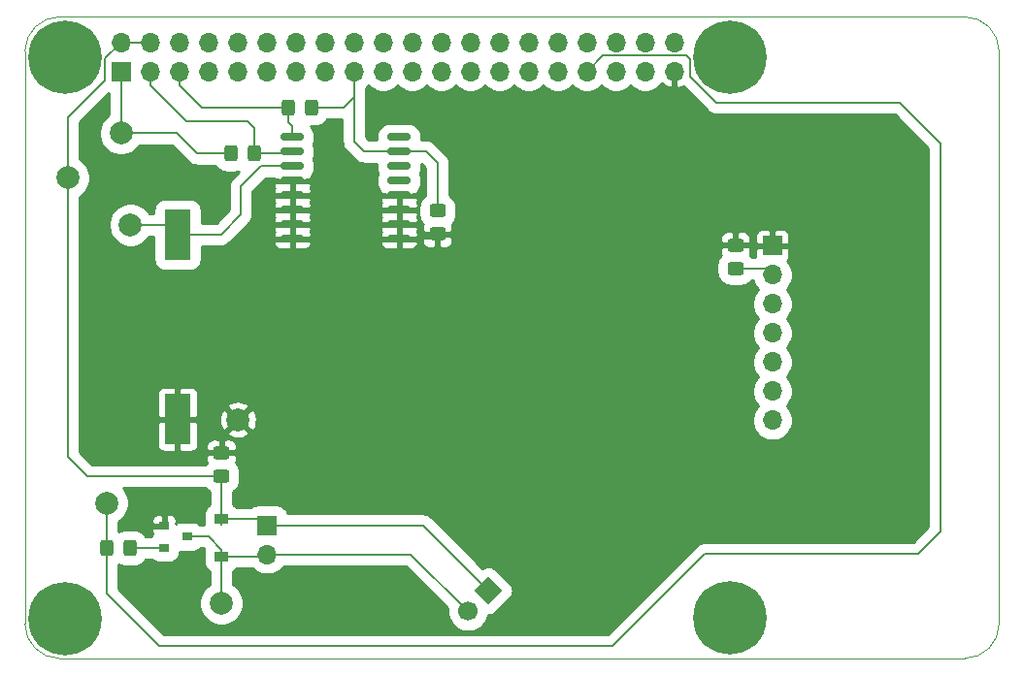
<source format=gbl>
G04 #@! TF.GenerationSoftware,KiCad,Pcbnew,6.0.0-d3dd2cf0fa~116~ubuntu21.04.1*
G04 #@! TF.CreationDate,2022-03-07T16:35:49+01:00*
G04 #@! TF.ProjectId,PiRogue-RPi-hat,5069526f-6775-4652-9d52-50692d686174,rev?*
G04 #@! TF.SameCoordinates,PX4efbba0PY7d37aa0*
G04 #@! TF.FileFunction,Copper,L4,Bot*
G04 #@! TF.FilePolarity,Positive*
%FSLAX46Y46*%
G04 Gerber Fmt 4.6, Leading zero omitted, Abs format (unit mm)*
G04 Created by KiCad (PCBNEW 6.0.0-d3dd2cf0fa~116~ubuntu21.04.1) date 2022-03-07 16:35:49*
%MOMM*%
%LPD*%
G01*
G04 APERTURE LIST*
G04 Aperture macros list*
%AMRoundRect*
0 Rectangle with rounded corners*
0 $1 Rounding radius*
0 $2 $3 $4 $5 $6 $7 $8 $9 X,Y pos of 4 corners*
0 Add a 4 corners polygon primitive as box body*
4,1,4,$2,$3,$4,$5,$6,$7,$8,$9,$2,$3,0*
0 Add four circle primitives for the rounded corners*
1,1,$1+$1,$2,$3*
1,1,$1+$1,$4,$5*
1,1,$1+$1,$6,$7*
1,1,$1+$1,$8,$9*
0 Add four rect primitives between the rounded corners*
20,1,$1+$1,$2,$3,$4,$5,0*
20,1,$1+$1,$4,$5,$6,$7,0*
20,1,$1+$1,$6,$7,$8,$9,0*
20,1,$1+$1,$8,$9,$2,$3,0*%
%AMHorizOval*
0 Thick line with rounded ends*
0 $1 width*
0 $2 $3 position (X,Y) of the first rounded end (center of the circle)*
0 $4 $5 position (X,Y) of the second rounded end (center of the circle)*
0 Add line between two ends*
20,1,$1,$2,$3,$4,$5,0*
0 Add two circle primitives to create the rounded ends*
1,1,$1,$2,$3*
1,1,$1,$4,$5*%
%AMRotRect*
0 Rectangle, with rotation*
0 The origin of the aperture is its center*
0 $1 length*
0 $2 width*
0 $3 Rotation angle, in degrees counterclockwise*
0 Add horizontal line*
21,1,$1,$2,0,0,$3*%
G04 Aperture macros list end*
G04 #@! TA.AperFunction,Profile*
%ADD10C,0.100000*%
G04 #@! TD*
G04 #@! TA.AperFunction,ComponentPad*
%ADD11C,6.400000*%
G04 #@! TD*
G04 #@! TA.AperFunction,ComponentPad*
%ADD12R,1.700000X1.700000*%
G04 #@! TD*
G04 #@! TA.AperFunction,ComponentPad*
%ADD13O,1.700000X1.700000*%
G04 #@! TD*
G04 #@! TA.AperFunction,SMDPad,CuDef*
%ADD14R,2.300000X4.400000*%
G04 #@! TD*
G04 #@! TA.AperFunction,SMDPad,CuDef*
%ADD15RoundRect,0.250000X-0.450000X0.325000X-0.450000X-0.325000X0.450000X-0.325000X0.450000X0.325000X0*%
G04 #@! TD*
G04 #@! TA.AperFunction,SMDPad,CuDef*
%ADD16RoundRect,0.250000X0.450000X-0.325000X0.450000X0.325000X-0.450000X0.325000X-0.450000X-0.325000X0*%
G04 #@! TD*
G04 #@! TA.AperFunction,SMDPad,CuDef*
%ADD17R,1.200000X0.900000*%
G04 #@! TD*
G04 #@! TA.AperFunction,SMDPad,CuDef*
%ADD18R,0.900000X0.800000*%
G04 #@! TD*
G04 #@! TA.AperFunction,SMDPad,CuDef*
%ADD19RoundRect,0.250000X0.325000X0.450000X-0.325000X0.450000X-0.325000X-0.450000X0.325000X-0.450000X0*%
G04 #@! TD*
G04 #@! TA.AperFunction,SMDPad,CuDef*
%ADD20RoundRect,0.250000X-0.325000X-0.450000X0.325000X-0.450000X0.325000X0.450000X-0.325000X0.450000X0*%
G04 #@! TD*
G04 #@! TA.AperFunction,SMDPad,CuDef*
%ADD21RoundRect,0.150000X0.875000X0.150000X-0.875000X0.150000X-0.875000X-0.150000X0.875000X-0.150000X0*%
G04 #@! TD*
G04 #@! TA.AperFunction,SMDPad,CuDef*
%ADD22C,2.000000*%
G04 #@! TD*
G04 #@! TA.AperFunction,ComponentPad*
%ADD23RotRect,1.700000X1.700000X135.000000*%
G04 #@! TD*
G04 #@! TA.AperFunction,ComponentPad*
%ADD24HorizOval,1.700000X0.000000X0.000000X0.000000X0.000000X0*%
G04 #@! TD*
G04 #@! TA.AperFunction,ViaPad*
%ADD25C,0.800000*%
G04 #@! TD*
G04 #@! TA.AperFunction,Conductor*
%ADD26C,0.200000*%
G04 #@! TD*
G04 #@! TA.AperFunction,Conductor*
%ADD27C,0.254000*%
G04 #@! TD*
G04 APERTURE END LIST*
D10*
X82006356Y-56057611D02*
G75*
G03*
X85006356Y-53057611I-1J3000001D01*
G01*
X85006356Y-53057611D02*
X85006356Y-3057611D01*
X85006356Y-3057611D02*
G75*
G03*
X82006356Y-57611I-3000001J-1D01*
G01*
X82006356Y-57611D02*
X3026356Y-57611D01*
X26356Y-53057611D02*
G75*
G03*
X3026356Y-56057611I3000001J1D01*
G01*
X3026356Y-56057611D02*
X82006356Y-56057611D01*
X26356Y-3057611D02*
X26356Y-53057611D01*
X3026356Y-57611D02*
G75*
G03*
X26356Y-3057611I1J-3000001D01*
G01*
D11*
X3520000Y-3550000D03*
X61520000Y-3570000D03*
X3520000Y-52560000D03*
X61510000Y-52550000D03*
D12*
X65230000Y-20040000D03*
D13*
X65230000Y-22580000D03*
X65230000Y-25120000D03*
X65230000Y-27660000D03*
X65230000Y-30200000D03*
X65230000Y-32740000D03*
X65230000Y-35280000D03*
D12*
X8400000Y-4830000D03*
D13*
X8400000Y-2290000D03*
X10940000Y-4830000D03*
X10940000Y-2290000D03*
X13480000Y-4830000D03*
X13480000Y-2290000D03*
X16020000Y-4830000D03*
X16020000Y-2290000D03*
X18560000Y-4830000D03*
X18560000Y-2290000D03*
X21100000Y-4830000D03*
X21100000Y-2290000D03*
X23640000Y-4830000D03*
X23640000Y-2290000D03*
X26180000Y-4830000D03*
X26180000Y-2290000D03*
X28720000Y-4830000D03*
X28720000Y-2290000D03*
X31260000Y-4830000D03*
X31260000Y-2290000D03*
X33800000Y-4830000D03*
X33800000Y-2290000D03*
X36340000Y-4830000D03*
X36340000Y-2290000D03*
X38880000Y-4830000D03*
X38880000Y-2290000D03*
X41420000Y-4830000D03*
X41420000Y-2290000D03*
X43960000Y-4830000D03*
X43960000Y-2290000D03*
X46500000Y-4830000D03*
X46500000Y-2290000D03*
X49040000Y-4830000D03*
X49040000Y-2290000D03*
X51580000Y-4830000D03*
X51580000Y-2290000D03*
X54120000Y-4830000D03*
X54120000Y-2290000D03*
X56660000Y-4830000D03*
X56660000Y-2290000D03*
D14*
X13340000Y-19050000D03*
X13340000Y-35180000D03*
D15*
X36000000Y-16975000D03*
X36000000Y-19025000D03*
D16*
X62000000Y-22025000D03*
X62000000Y-19975000D03*
D17*
X17160000Y-43910000D03*
X17160000Y-47210000D03*
D12*
X21160000Y-44430000D03*
D13*
X21160000Y-46970000D03*
D18*
X12160000Y-46380000D03*
X12160000Y-44480000D03*
X14160000Y-45430000D03*
D19*
X25025000Y-8000000D03*
X22975000Y-8000000D03*
D20*
X17975000Y-12000000D03*
X20025000Y-12000000D03*
D19*
X9185000Y-46430000D03*
X7135000Y-46430000D03*
D21*
X32650000Y-10555000D03*
X32650000Y-11825000D03*
X32650000Y-13095000D03*
X32650000Y-14365000D03*
X32650000Y-15635000D03*
X32650000Y-16905000D03*
X32650000Y-18175000D03*
X32650000Y-19445000D03*
X23350000Y-19445000D03*
X23350000Y-18175000D03*
X23350000Y-16905000D03*
X23350000Y-15635000D03*
X23350000Y-14365000D03*
X23350000Y-13095000D03*
X23350000Y-11825000D03*
X23350000Y-10555000D03*
D22*
X8400000Y-10220000D03*
X3780000Y-14100000D03*
X17160000Y-51240000D03*
X9230000Y-18210000D03*
X18620000Y-35230000D03*
D16*
X17160000Y-40155000D03*
X17160000Y-38105000D03*
D23*
X40466520Y-50162680D03*
D24*
X38670469Y-51958731D03*
D22*
X7180000Y-42500000D03*
D25*
X13180000Y-41700000D03*
X11180000Y-41700000D03*
X20180000Y-37700000D03*
X20180000Y-39700000D03*
X20180000Y-41700000D03*
X22180000Y-41700000D03*
X22180000Y-39700000D03*
X22180000Y-37700000D03*
X24180000Y-37700000D03*
X24180000Y-39700000D03*
X24180000Y-41700000D03*
X9180000Y-43700000D03*
X12180000Y-50700000D03*
X10180000Y-50700000D03*
X14180000Y-48700000D03*
X12180000Y-52700000D03*
X10180000Y-48700000D03*
X12180000Y-48700000D03*
X14180000Y-50700000D03*
X14180000Y-52700000D03*
X27180000Y-50700000D03*
X25180000Y-48700000D03*
X27180000Y-48700000D03*
X25180000Y-52700000D03*
X29180000Y-50700000D03*
X29180000Y-48700000D03*
X27180000Y-52700000D03*
X25180000Y-50700000D03*
X29180000Y-52700000D03*
X15180000Y-41700000D03*
D26*
X65165000Y-19975000D02*
X65230000Y-20040000D01*
X62000000Y-19975000D02*
X65165000Y-19975000D01*
X35580000Y-19445000D02*
X36000000Y-19025000D01*
X32650000Y-19445000D02*
X35580000Y-19445000D01*
X18860000Y-14850000D02*
X18860000Y-17310000D01*
X9230000Y-18210000D02*
X12500000Y-18210000D01*
X18860000Y-17310000D02*
X17120000Y-19050000D01*
X17120000Y-19050000D02*
X13340000Y-19050000D01*
X12500000Y-18210000D02*
X13340000Y-19050000D01*
X20615000Y-13095000D02*
X18860000Y-14850000D01*
X23350000Y-13095000D02*
X20615000Y-13095000D01*
X28720000Y-4830000D02*
X28720000Y-10940000D01*
X25025000Y-8000000D02*
X27810000Y-8000000D01*
X35045000Y-11825000D02*
X36000000Y-12780000D01*
X28720000Y-7090000D02*
X28720000Y-4830000D01*
X36000000Y-12780000D02*
X36000000Y-16975000D01*
X15050000Y-12000000D02*
X17975000Y-12000000D01*
X8400000Y-10220000D02*
X13270000Y-10220000D01*
X29605000Y-11825000D02*
X32650000Y-11825000D01*
X64675000Y-22025000D02*
X65230000Y-22580000D01*
X28720000Y-10940000D02*
X29605000Y-11825000D01*
X32650000Y-11825000D02*
X35045000Y-11825000D01*
X13270000Y-10220000D02*
X15050000Y-12000000D01*
X27810000Y-8000000D02*
X28720000Y-7090000D01*
X62000000Y-22025000D02*
X64675000Y-22025000D01*
X8400000Y-4830000D02*
X8400000Y-10220000D01*
X33681738Y-46970000D02*
X38670469Y-51958731D01*
X14160000Y-45430000D02*
X16030000Y-45430000D01*
X20920000Y-47210000D02*
X21160000Y-46970000D01*
X17160000Y-47210000D02*
X20920000Y-47210000D01*
X21160000Y-46970000D02*
X33681738Y-46970000D01*
X17160000Y-46560000D02*
X17160000Y-47210000D01*
X17160000Y-47210000D02*
X17160000Y-47860000D01*
X17160000Y-47860000D02*
X17160000Y-51240000D01*
X16030000Y-45430000D02*
X17160000Y-46560000D01*
X17160000Y-42100000D02*
X17160000Y-44360000D01*
X17160000Y-43910000D02*
X20640000Y-43910000D01*
X7020001Y-3669999D02*
X7020001Y-5599999D01*
X7020001Y-5599999D02*
X3780000Y-8840000D01*
X3780000Y-11330000D02*
X3780000Y-35290000D01*
X21160000Y-44430000D02*
X34733840Y-44430000D01*
X3780000Y-35290000D02*
X3780000Y-38450000D01*
X10940000Y-2290000D02*
X8400000Y-2290000D01*
X20640000Y-43910000D02*
X21160000Y-44430000D01*
X8400000Y-2290000D02*
X7020001Y-3669999D01*
X3780000Y-8840000D02*
X3780000Y-11330000D01*
X17160000Y-42100000D02*
X17160000Y-40155000D01*
X34733840Y-44430000D02*
X40466520Y-50162680D01*
X3780000Y-38450000D02*
X5485000Y-40155000D01*
X5485000Y-40155000D02*
X17160000Y-40155000D01*
X3780000Y-35290000D02*
X3780000Y-36330000D01*
X51289460Y-54940420D02*
X59287920Y-46941960D01*
X76298880Y-7570000D02*
X60339998Y-7570000D01*
X7135000Y-50361700D02*
X11713720Y-54940420D01*
X50429999Y-3440001D02*
X49040000Y-4830000D01*
X57709999Y-3440001D02*
X50429999Y-3440001D01*
X79859380Y-11130500D02*
X76298880Y-7570000D01*
X7150000Y-46415000D02*
X7135000Y-46430000D01*
X58019999Y-5250001D02*
X58019999Y-3750001D01*
X11713720Y-54940420D02*
X51289460Y-54940420D01*
X60339998Y-7570000D02*
X58019999Y-5250001D01*
X77923900Y-46926720D02*
X79859380Y-44991240D01*
X7135000Y-46430000D02*
X7135000Y-50361700D01*
X79859380Y-44991240D02*
X79859380Y-11130500D01*
X7150000Y-42260000D02*
X7150000Y-46415000D01*
X58019999Y-3750001D02*
X57709999Y-3440001D01*
X59287920Y-46941960D02*
X77923900Y-46926720D01*
X22975000Y-8000000D02*
X22975000Y-9225000D01*
X22400000Y-8000000D02*
X22975000Y-8000000D01*
X13480000Y-6032081D02*
X15447919Y-8000000D01*
X13480000Y-4830000D02*
X13480000Y-6032081D01*
X15447919Y-8000000D02*
X22400000Y-8000000D01*
X22975000Y-9225000D02*
X23350000Y-9600000D01*
X23350000Y-9600000D02*
X23350000Y-10555000D01*
X10940000Y-4830000D02*
X10940000Y-6032081D01*
X20025000Y-12000000D02*
X23175000Y-12000000D01*
X10940000Y-6032081D02*
X14107919Y-9200000D01*
X20025000Y-9785000D02*
X20025000Y-12000000D01*
X19440000Y-9200000D02*
X20025000Y-9785000D01*
X23175000Y-12000000D02*
X23350000Y-11825000D01*
X14107919Y-9200000D02*
X19440000Y-9200000D01*
X9185000Y-46430000D02*
X12110000Y-46430000D01*
X12110000Y-46430000D02*
X12160000Y-46380000D01*
D27*
X56787000Y-4703000D02*
X56807000Y-4703000D01*
X56807000Y-4957000D01*
X56787000Y-4957000D01*
X56787000Y-6150155D01*
X57016890Y-6271476D01*
X57164099Y-6226825D01*
X57421720Y-6104118D01*
X59578125Y-8260524D01*
X59610286Y-8299712D01*
X59766667Y-8428051D01*
X59945081Y-8523415D01*
X60138671Y-8582140D01*
X60289547Y-8597000D01*
X60289556Y-8597000D01*
X60339997Y-8601968D01*
X60390438Y-8597000D01*
X75873484Y-8597000D01*
X78832381Y-11555898D01*
X78832380Y-44565843D01*
X77498155Y-45900069D01*
X59337949Y-45914919D01*
X59287920Y-45909992D01*
X59237053Y-45915002D01*
X59236630Y-45915002D01*
X59186725Y-45919958D01*
X59086592Y-45929820D01*
X59086185Y-45929943D01*
X59085766Y-45929985D01*
X58989793Y-45959184D01*
X58893002Y-45988546D01*
X58892627Y-45988746D01*
X58892224Y-45988869D01*
X58804475Y-46035864D01*
X58714588Y-46083909D01*
X58714254Y-46084183D01*
X58713888Y-46084379D01*
X58637360Y-46147289D01*
X58597395Y-46180087D01*
X58597088Y-46180394D01*
X58557612Y-46212845D01*
X58525758Y-46251724D01*
X50864064Y-53913420D01*
X12139117Y-53913420D01*
X8162000Y-49936304D01*
X8162000Y-47828227D01*
X8203602Y-47862369D01*
X8407865Y-47971550D01*
X8629503Y-48038783D01*
X8859999Y-48061485D01*
X9510001Y-48061485D01*
X9740497Y-48038783D01*
X9962135Y-47971550D01*
X10166398Y-47862369D01*
X10345436Y-47715436D01*
X10492369Y-47536398D01*
X10534808Y-47457000D01*
X11073690Y-47457000D01*
X11192495Y-47554501D01*
X11353536Y-47640580D01*
X11528276Y-47693587D01*
X11710000Y-47711485D01*
X12610000Y-47711485D01*
X12791724Y-47693587D01*
X12966464Y-47640580D01*
X13127505Y-47554501D01*
X13268659Y-47438659D01*
X13384501Y-47297505D01*
X13470580Y-47136464D01*
X13523587Y-46961724D01*
X13541485Y-46780000D01*
X13541485Y-46744888D01*
X13710000Y-46761485D01*
X14610000Y-46761485D01*
X14791724Y-46743587D01*
X14966464Y-46690580D01*
X15127505Y-46604501D01*
X15268659Y-46488659D01*
X15294641Y-46457000D01*
X15604604Y-46457000D01*
X15664908Y-46517305D01*
X15646413Y-46578276D01*
X15628515Y-46760000D01*
X15628515Y-47660000D01*
X15646413Y-47841724D01*
X15699420Y-48016464D01*
X15785499Y-48177505D01*
X15901341Y-48318659D01*
X16042495Y-48434501D01*
X16133000Y-48482877D01*
X16133001Y-49608636D01*
X15931609Y-49743201D01*
X15663201Y-50011609D01*
X15452315Y-50327223D01*
X15307053Y-50677915D01*
X15233000Y-51050207D01*
X15233000Y-51429793D01*
X15307053Y-51802085D01*
X15452315Y-52152777D01*
X15663201Y-52468391D01*
X15931609Y-52736799D01*
X16247223Y-52947685D01*
X16597915Y-53092947D01*
X16970207Y-53167000D01*
X17349793Y-53167000D01*
X17722085Y-53092947D01*
X18072777Y-52947685D01*
X18388391Y-52736799D01*
X18656799Y-52468391D01*
X18867685Y-52152777D01*
X19012947Y-51802085D01*
X19087000Y-51429793D01*
X19087000Y-51050207D01*
X19012947Y-50677915D01*
X18867685Y-50327223D01*
X18656799Y-50011609D01*
X18388391Y-49743201D01*
X18187000Y-49608636D01*
X18187000Y-48482877D01*
X18277505Y-48434501D01*
X18418659Y-48318659D01*
X18485675Y-48237000D01*
X19913943Y-48237000D01*
X20027229Y-48350286D01*
X20318275Y-48544757D01*
X20641668Y-48678711D01*
X20984981Y-48747000D01*
X21335019Y-48747000D01*
X21678332Y-48678711D01*
X22001725Y-48544757D01*
X22292771Y-48350286D01*
X22540286Y-48102771D01*
X22610960Y-47997000D01*
X33256342Y-47997000D01*
X36918287Y-51658945D01*
X36893469Y-51783712D01*
X36893469Y-52133750D01*
X36961758Y-52477063D01*
X37095712Y-52800456D01*
X37290183Y-53091502D01*
X37537698Y-53339017D01*
X37828744Y-53533488D01*
X38152137Y-53667442D01*
X38495450Y-53735731D01*
X38845488Y-53735731D01*
X39188801Y-53667442D01*
X39512194Y-53533488D01*
X39803240Y-53339017D01*
X40050755Y-53091502D01*
X40245226Y-52800456D01*
X40379180Y-52477063D01*
X40416134Y-52291284D01*
X40466520Y-52296247D01*
X40648244Y-52278349D01*
X40822984Y-52225342D01*
X40984025Y-52139263D01*
X41125179Y-52023421D01*
X42327261Y-50821339D01*
X42443103Y-50680185D01*
X42529182Y-50519144D01*
X42582189Y-50344404D01*
X42600087Y-50162680D01*
X42582189Y-49980956D01*
X42529182Y-49806216D01*
X42443103Y-49645175D01*
X42327261Y-49504021D01*
X41125179Y-48301939D01*
X40984025Y-48186097D01*
X40822984Y-48100018D01*
X40648244Y-48047011D01*
X40466520Y-48029113D01*
X40284796Y-48047011D01*
X40110056Y-48100018D01*
X39949015Y-48186097D01*
X39945346Y-48189108D01*
X35495717Y-43739481D01*
X35463552Y-43700288D01*
X35307171Y-43571949D01*
X35128757Y-43476585D01*
X34935167Y-43417860D01*
X34784291Y-43403000D01*
X34784281Y-43403000D01*
X34733840Y-43398032D01*
X34683399Y-43403000D01*
X22924052Y-43403000D01*
X22923587Y-43398276D01*
X22870580Y-43223536D01*
X22784501Y-43062495D01*
X22668659Y-42921341D01*
X22527505Y-42805499D01*
X22366464Y-42719420D01*
X22191724Y-42666413D01*
X22010000Y-42648515D01*
X20310000Y-42648515D01*
X20128276Y-42666413D01*
X19953536Y-42719420D01*
X19792495Y-42805499D01*
X19698060Y-42883000D01*
X18485675Y-42883000D01*
X18418659Y-42801341D01*
X18277505Y-42685499D01*
X18187000Y-42637123D01*
X18187000Y-41504808D01*
X18266398Y-41462369D01*
X18445436Y-41315436D01*
X18592369Y-41136398D01*
X18701550Y-40932135D01*
X18768783Y-40710497D01*
X18791485Y-40480001D01*
X18791485Y-39829999D01*
X18768783Y-39599503D01*
X18701550Y-39377865D01*
X18592369Y-39173602D01*
X18445436Y-38994564D01*
X18422112Y-38975422D01*
X18449502Y-38924180D01*
X18485812Y-38804482D01*
X18498072Y-38680000D01*
X18495000Y-38390750D01*
X18336250Y-38232000D01*
X17287000Y-38232000D01*
X17287000Y-38252000D01*
X17033000Y-38252000D01*
X17033000Y-38232000D01*
X15983750Y-38232000D01*
X15825000Y-38390750D01*
X15821928Y-38680000D01*
X15834188Y-38804482D01*
X15870498Y-38924180D01*
X15897888Y-38975422D01*
X15874564Y-38994564D01*
X15765056Y-39128000D01*
X5910397Y-39128000D01*
X4807000Y-38024604D01*
X4807000Y-37380000D01*
X11551928Y-37380000D01*
X11564188Y-37504482D01*
X11600498Y-37624180D01*
X11659463Y-37734494D01*
X11738815Y-37831185D01*
X11835506Y-37910537D01*
X11945820Y-37969502D01*
X12065518Y-38005812D01*
X12190000Y-38018072D01*
X13054250Y-38015000D01*
X13213000Y-37856250D01*
X13213000Y-35307000D01*
X13467000Y-35307000D01*
X13467000Y-37856250D01*
X13625750Y-38015000D01*
X14490000Y-38018072D01*
X14614482Y-38005812D01*
X14734180Y-37969502D01*
X14844494Y-37910537D01*
X14941185Y-37831185D01*
X15020537Y-37734494D01*
X15079502Y-37624180D01*
X15108071Y-37530000D01*
X15821928Y-37530000D01*
X15825000Y-37819250D01*
X15983750Y-37978000D01*
X17033000Y-37978000D01*
X17033000Y-37053750D01*
X17287000Y-37053750D01*
X17287000Y-37978000D01*
X18336250Y-37978000D01*
X18495000Y-37819250D01*
X18498072Y-37530000D01*
X18485812Y-37405518D01*
X18449502Y-37285820D01*
X18390537Y-37175506D01*
X18311185Y-37078815D01*
X18214494Y-36999463D01*
X18104180Y-36940498D01*
X17984482Y-36904188D01*
X17860000Y-36891928D01*
X17445750Y-36895000D01*
X17287000Y-37053750D01*
X17033000Y-37053750D01*
X16874250Y-36895000D01*
X16460000Y-36891928D01*
X16335518Y-36904188D01*
X16215820Y-36940498D01*
X16105506Y-36999463D01*
X16008815Y-37078815D01*
X15929463Y-37175506D01*
X15870498Y-37285820D01*
X15834188Y-37405518D01*
X15821928Y-37530000D01*
X15108071Y-37530000D01*
X15115812Y-37504482D01*
X15128072Y-37380000D01*
X15126444Y-36365413D01*
X17664192Y-36365413D01*
X17759956Y-36629814D01*
X18049571Y-36770704D01*
X18361108Y-36852384D01*
X18682595Y-36871718D01*
X19001675Y-36827961D01*
X19306088Y-36722795D01*
X19480044Y-36629814D01*
X19575808Y-36365413D01*
X18620000Y-35409605D01*
X17664192Y-36365413D01*
X15126444Y-36365413D01*
X15125000Y-35465750D01*
X14966250Y-35307000D01*
X13467000Y-35307000D01*
X13213000Y-35307000D01*
X11713750Y-35307000D01*
X11555000Y-35465750D01*
X11551928Y-37380000D01*
X4807000Y-37380000D01*
X4807000Y-35292595D01*
X16978282Y-35292595D01*
X17022039Y-35611675D01*
X17127205Y-35916088D01*
X17220186Y-36090044D01*
X17484587Y-36185808D01*
X18440395Y-35230000D01*
X18799605Y-35230000D01*
X19755413Y-36185808D01*
X20019814Y-36090044D01*
X20160704Y-35800429D01*
X20242384Y-35488892D01*
X20261718Y-35167405D01*
X20217961Y-34848325D01*
X20112795Y-34543912D01*
X20019814Y-34369956D01*
X19755413Y-34274192D01*
X18799605Y-35230000D01*
X18440395Y-35230000D01*
X17484587Y-34274192D01*
X17220186Y-34369956D01*
X17079296Y-34659571D01*
X16997616Y-34971108D01*
X16978282Y-35292595D01*
X4807000Y-35292595D01*
X4807000Y-32980000D01*
X11551928Y-32980000D01*
X11555000Y-34894250D01*
X11713750Y-35053000D01*
X13213000Y-35053000D01*
X13213000Y-32503750D01*
X13467000Y-32503750D01*
X13467000Y-35053000D01*
X14966250Y-35053000D01*
X15125000Y-34894250D01*
X15126283Y-34094587D01*
X17664192Y-34094587D01*
X18620000Y-35050395D01*
X19575808Y-34094587D01*
X19480044Y-33830186D01*
X19190429Y-33689296D01*
X18878892Y-33607616D01*
X18557405Y-33588282D01*
X18238325Y-33632039D01*
X17933912Y-33737205D01*
X17759956Y-33830186D01*
X17664192Y-34094587D01*
X15126283Y-34094587D01*
X15128072Y-32980000D01*
X15115812Y-32855518D01*
X15079502Y-32735820D01*
X15020537Y-32625506D01*
X14941185Y-32528815D01*
X14844494Y-32449463D01*
X14734180Y-32390498D01*
X14614482Y-32354188D01*
X14490000Y-32341928D01*
X13625750Y-32345000D01*
X13467000Y-32503750D01*
X13213000Y-32503750D01*
X13054250Y-32345000D01*
X12190000Y-32341928D01*
X12065518Y-32354188D01*
X11945820Y-32390498D01*
X11835506Y-32449463D01*
X11738815Y-32528815D01*
X11659463Y-32625506D01*
X11600498Y-32735820D01*
X11564188Y-32855518D01*
X11551928Y-32980000D01*
X4807000Y-32980000D01*
X4807000Y-15731364D01*
X5008391Y-15596799D01*
X5276799Y-15328391D01*
X5487685Y-15012777D01*
X5632947Y-14662085D01*
X5707000Y-14289793D01*
X5707000Y-13910207D01*
X5632947Y-13537915D01*
X5487685Y-13187223D01*
X5276799Y-12871609D01*
X5008391Y-12603201D01*
X4807000Y-12468636D01*
X4807000Y-9265396D01*
X7373000Y-6699397D01*
X7373001Y-8588636D01*
X7171609Y-8723201D01*
X6903201Y-8991609D01*
X6692315Y-9307223D01*
X6547053Y-9657915D01*
X6473000Y-10030207D01*
X6473000Y-10409793D01*
X6547053Y-10782085D01*
X6692315Y-11132777D01*
X6903201Y-11448391D01*
X7171609Y-11716799D01*
X7487223Y-11927685D01*
X7837915Y-12072947D01*
X8210207Y-12147000D01*
X8589793Y-12147000D01*
X8962085Y-12072947D01*
X9312777Y-11927685D01*
X9628391Y-11716799D01*
X9896799Y-11448391D01*
X10031364Y-11247000D01*
X12844604Y-11247000D01*
X14288128Y-12690525D01*
X14320288Y-12729712D01*
X14476669Y-12858051D01*
X14655083Y-12953415D01*
X14848673Y-13012140D01*
X14999549Y-13027000D01*
X14999558Y-13027000D01*
X15049999Y-13031968D01*
X15100440Y-13027000D01*
X16625192Y-13027000D01*
X16667631Y-13106398D01*
X16814564Y-13285436D01*
X16993602Y-13432369D01*
X17197865Y-13541550D01*
X17419503Y-13608783D01*
X17649999Y-13631485D01*
X18300001Y-13631485D01*
X18530497Y-13608783D01*
X18700342Y-13557261D01*
X18169480Y-14088124D01*
X18130288Y-14120288D01*
X18001949Y-14276669D01*
X17906585Y-14455084D01*
X17847860Y-14648674D01*
X17833000Y-14799550D01*
X17833000Y-14799559D01*
X17828032Y-14850000D01*
X17833000Y-14900441D01*
X17833001Y-16884602D01*
X16694604Y-18023000D01*
X15421485Y-18023000D01*
X15421485Y-16850000D01*
X15403587Y-16668276D01*
X15350580Y-16493536D01*
X15264501Y-16332495D01*
X15148659Y-16191341D01*
X15007505Y-16075499D01*
X14846464Y-15989420D01*
X14671724Y-15936413D01*
X14490000Y-15918515D01*
X12190000Y-15918515D01*
X12008276Y-15936413D01*
X11833536Y-15989420D01*
X11672495Y-16075499D01*
X11531341Y-16191341D01*
X11415499Y-16332495D01*
X11329420Y-16493536D01*
X11276413Y-16668276D01*
X11258515Y-16850000D01*
X11258515Y-17183000D01*
X10861364Y-17183000D01*
X10726799Y-16981609D01*
X10458391Y-16713201D01*
X10142777Y-16502315D01*
X9792085Y-16357053D01*
X9419793Y-16283000D01*
X9040207Y-16283000D01*
X8667915Y-16357053D01*
X8317223Y-16502315D01*
X8001609Y-16713201D01*
X7733201Y-16981609D01*
X7522315Y-17297223D01*
X7377053Y-17647915D01*
X7303000Y-18020207D01*
X7303000Y-18399793D01*
X7377053Y-18772085D01*
X7522315Y-19122777D01*
X7733201Y-19438391D01*
X8001609Y-19706799D01*
X8317223Y-19917685D01*
X8667915Y-20062947D01*
X9040207Y-20137000D01*
X9419793Y-20137000D01*
X9792085Y-20062947D01*
X10142777Y-19917685D01*
X10458391Y-19706799D01*
X10726799Y-19438391D01*
X10861364Y-19237000D01*
X11258515Y-19237000D01*
X11258515Y-21250000D01*
X11276413Y-21431724D01*
X11329420Y-21606464D01*
X11415499Y-21767505D01*
X11531341Y-21908659D01*
X11672495Y-22024501D01*
X11833536Y-22110580D01*
X12008276Y-22163587D01*
X12190000Y-22181485D01*
X14490000Y-22181485D01*
X14671724Y-22163587D01*
X14846464Y-22110580D01*
X15007505Y-22024501D01*
X15148659Y-21908659D01*
X15264501Y-21767505D01*
X15300584Y-21699999D01*
X60368515Y-21699999D01*
X60368515Y-22350001D01*
X60391217Y-22580497D01*
X60458450Y-22802135D01*
X60567631Y-23006398D01*
X60714564Y-23185436D01*
X60893602Y-23332369D01*
X61097865Y-23441550D01*
X61319503Y-23508783D01*
X61549999Y-23531485D01*
X62450001Y-23531485D01*
X62680497Y-23508783D01*
X62902135Y-23441550D01*
X63106398Y-23332369D01*
X63285436Y-23185436D01*
X63394944Y-23052000D01*
X63512073Y-23052000D01*
X63521289Y-23098332D01*
X63655243Y-23421725D01*
X63849714Y-23712771D01*
X63986943Y-23850000D01*
X63849714Y-23987229D01*
X63655243Y-24278275D01*
X63521289Y-24601668D01*
X63453000Y-24944981D01*
X63453000Y-25295019D01*
X63521289Y-25638332D01*
X63655243Y-25961725D01*
X63849714Y-26252771D01*
X63986943Y-26390000D01*
X63849714Y-26527229D01*
X63655243Y-26818275D01*
X63521289Y-27141668D01*
X63453000Y-27484981D01*
X63453000Y-27835019D01*
X63521289Y-28178332D01*
X63655243Y-28501725D01*
X63849714Y-28792771D01*
X63986943Y-28930000D01*
X63849714Y-29067229D01*
X63655243Y-29358275D01*
X63521289Y-29681668D01*
X63453000Y-30024981D01*
X63453000Y-30375019D01*
X63521289Y-30718332D01*
X63655243Y-31041725D01*
X63849714Y-31332771D01*
X63986943Y-31470000D01*
X63849714Y-31607229D01*
X63655243Y-31898275D01*
X63521289Y-32221668D01*
X63453000Y-32564981D01*
X63453000Y-32915019D01*
X63521289Y-33258332D01*
X63655243Y-33581725D01*
X63849714Y-33872771D01*
X63986943Y-34010000D01*
X63849714Y-34147229D01*
X63655243Y-34438275D01*
X63521289Y-34761668D01*
X63453000Y-35104981D01*
X63453000Y-35455019D01*
X63521289Y-35798332D01*
X63655243Y-36121725D01*
X63849714Y-36412771D01*
X64097229Y-36660286D01*
X64388275Y-36854757D01*
X64711668Y-36988711D01*
X65054981Y-37057000D01*
X65405019Y-37057000D01*
X65748332Y-36988711D01*
X66071725Y-36854757D01*
X66362771Y-36660286D01*
X66610286Y-36412771D01*
X66804757Y-36121725D01*
X66938711Y-35798332D01*
X67007000Y-35455019D01*
X67007000Y-35104981D01*
X66938711Y-34761668D01*
X66804757Y-34438275D01*
X66610286Y-34147229D01*
X66473057Y-34010000D01*
X66610286Y-33872771D01*
X66804757Y-33581725D01*
X66938711Y-33258332D01*
X67007000Y-32915019D01*
X67007000Y-32564981D01*
X66938711Y-32221668D01*
X66804757Y-31898275D01*
X66610286Y-31607229D01*
X66473057Y-31470000D01*
X66610286Y-31332771D01*
X66804757Y-31041725D01*
X66938711Y-30718332D01*
X67007000Y-30375019D01*
X67007000Y-30024981D01*
X66938711Y-29681668D01*
X66804757Y-29358275D01*
X66610286Y-29067229D01*
X66473057Y-28930000D01*
X66610286Y-28792771D01*
X66804757Y-28501725D01*
X66938711Y-28178332D01*
X67007000Y-27835019D01*
X67007000Y-27484981D01*
X66938711Y-27141668D01*
X66804757Y-26818275D01*
X66610286Y-26527229D01*
X66473057Y-26390000D01*
X66610286Y-26252771D01*
X66804757Y-25961725D01*
X66938711Y-25638332D01*
X67007000Y-25295019D01*
X67007000Y-24944981D01*
X66938711Y-24601668D01*
X66804757Y-24278275D01*
X66610286Y-23987229D01*
X66473057Y-23850000D01*
X66610286Y-23712771D01*
X66804757Y-23421725D01*
X66938711Y-23098332D01*
X67007000Y-22755019D01*
X67007000Y-22404981D01*
X66938711Y-22061668D01*
X66804757Y-21738275D01*
X66610286Y-21447229D01*
X66516387Y-21353330D01*
X66531185Y-21341185D01*
X66610537Y-21244494D01*
X66669502Y-21134180D01*
X66705812Y-21014482D01*
X66718072Y-20890000D01*
X66715000Y-20325750D01*
X66556250Y-20167000D01*
X65357000Y-20167000D01*
X65357000Y-20187000D01*
X65103000Y-20187000D01*
X65103000Y-20167000D01*
X63903750Y-20167000D01*
X63745000Y-20325750D01*
X63741928Y-20890000D01*
X63752565Y-20998000D01*
X63394944Y-20998000D01*
X63285436Y-20864564D01*
X63262112Y-20845422D01*
X63289502Y-20794180D01*
X63325812Y-20674482D01*
X63338072Y-20550000D01*
X63335000Y-20260750D01*
X63176250Y-20102000D01*
X62127000Y-20102000D01*
X62127000Y-20122000D01*
X61873000Y-20122000D01*
X61873000Y-20102000D01*
X60823750Y-20102000D01*
X60665000Y-20260750D01*
X60661928Y-20550000D01*
X60674188Y-20674482D01*
X60710498Y-20794180D01*
X60737888Y-20845422D01*
X60714564Y-20864564D01*
X60567631Y-21043602D01*
X60458450Y-21247865D01*
X60391217Y-21469503D01*
X60368515Y-21699999D01*
X15300584Y-21699999D01*
X15350580Y-21606464D01*
X15403587Y-21431724D01*
X15421485Y-21250000D01*
X15421485Y-20077000D01*
X17069559Y-20077000D01*
X17120000Y-20081968D01*
X17170441Y-20077000D01*
X17170451Y-20077000D01*
X17321327Y-20062140D01*
X17514917Y-20003415D01*
X17693331Y-19908051D01*
X17849712Y-19779712D01*
X17878199Y-19745000D01*
X21686928Y-19745000D01*
X21699188Y-19869482D01*
X21735498Y-19989180D01*
X21794463Y-20099494D01*
X21873815Y-20196185D01*
X21970506Y-20275537D01*
X22080820Y-20334502D01*
X22200518Y-20370812D01*
X22325000Y-20383072D01*
X23064250Y-20380000D01*
X23223000Y-20221250D01*
X23223000Y-19572000D01*
X23477000Y-19572000D01*
X23477000Y-20221250D01*
X23635750Y-20380000D01*
X24375000Y-20383072D01*
X24499482Y-20370812D01*
X24619180Y-20334502D01*
X24729494Y-20275537D01*
X24826185Y-20196185D01*
X24905537Y-20099494D01*
X24964502Y-19989180D01*
X25000812Y-19869482D01*
X25013072Y-19745000D01*
X30986928Y-19745000D01*
X30999188Y-19869482D01*
X31035498Y-19989180D01*
X31094463Y-20099494D01*
X31173815Y-20196185D01*
X31270506Y-20275537D01*
X31380820Y-20334502D01*
X31500518Y-20370812D01*
X31625000Y-20383072D01*
X32364250Y-20380000D01*
X32523000Y-20221250D01*
X32523000Y-19572000D01*
X32777000Y-19572000D01*
X32777000Y-20221250D01*
X32935750Y-20380000D01*
X33675000Y-20383072D01*
X33799482Y-20370812D01*
X33919180Y-20334502D01*
X34029494Y-20275537D01*
X34126185Y-20196185D01*
X34205537Y-20099494D01*
X34264502Y-19989180D01*
X34300812Y-19869482D01*
X34313072Y-19745000D01*
X34310000Y-19730750D01*
X34179250Y-19600000D01*
X34661928Y-19600000D01*
X34674188Y-19724482D01*
X34710498Y-19844180D01*
X34769463Y-19954494D01*
X34848815Y-20051185D01*
X34945506Y-20130537D01*
X35055820Y-20189502D01*
X35175518Y-20225812D01*
X35300000Y-20238072D01*
X35714250Y-20235000D01*
X35873000Y-20076250D01*
X35873000Y-19152000D01*
X36127000Y-19152000D01*
X36127000Y-20076250D01*
X36285750Y-20235000D01*
X36700000Y-20238072D01*
X36824482Y-20225812D01*
X36944180Y-20189502D01*
X37054494Y-20130537D01*
X37151185Y-20051185D01*
X37230537Y-19954494D01*
X37289502Y-19844180D01*
X37325812Y-19724482D01*
X37338072Y-19600000D01*
X37335948Y-19400000D01*
X60661928Y-19400000D01*
X60665000Y-19689250D01*
X60823750Y-19848000D01*
X61873000Y-19848000D01*
X61873000Y-18923750D01*
X62127000Y-18923750D01*
X62127000Y-19848000D01*
X63176250Y-19848000D01*
X63335000Y-19689250D01*
X63338072Y-19400000D01*
X63325812Y-19275518D01*
X63299871Y-19190000D01*
X63741928Y-19190000D01*
X63745000Y-19754250D01*
X63903750Y-19913000D01*
X65103000Y-19913000D01*
X65103000Y-18713750D01*
X65357000Y-18713750D01*
X65357000Y-19913000D01*
X66556250Y-19913000D01*
X66715000Y-19754250D01*
X66718072Y-19190000D01*
X66705812Y-19065518D01*
X66669502Y-18945820D01*
X66610537Y-18835506D01*
X66531185Y-18738815D01*
X66434494Y-18659463D01*
X66324180Y-18600498D01*
X66204482Y-18564188D01*
X66080000Y-18551928D01*
X65515750Y-18555000D01*
X65357000Y-18713750D01*
X65103000Y-18713750D01*
X64944250Y-18555000D01*
X64380000Y-18551928D01*
X64255518Y-18564188D01*
X64135820Y-18600498D01*
X64025506Y-18659463D01*
X63928815Y-18738815D01*
X63849463Y-18835506D01*
X63790498Y-18945820D01*
X63754188Y-19065518D01*
X63741928Y-19190000D01*
X63299871Y-19190000D01*
X63289502Y-19155820D01*
X63230537Y-19045506D01*
X63151185Y-18948815D01*
X63054494Y-18869463D01*
X62944180Y-18810498D01*
X62824482Y-18774188D01*
X62700000Y-18761928D01*
X62285750Y-18765000D01*
X62127000Y-18923750D01*
X61873000Y-18923750D01*
X61714250Y-18765000D01*
X61300000Y-18761928D01*
X61175518Y-18774188D01*
X61055820Y-18810498D01*
X60945506Y-18869463D01*
X60848815Y-18948815D01*
X60769463Y-19045506D01*
X60710498Y-19155820D01*
X60674188Y-19275518D01*
X60661928Y-19400000D01*
X37335948Y-19400000D01*
X37335000Y-19310750D01*
X37176250Y-19152000D01*
X36127000Y-19152000D01*
X35873000Y-19152000D01*
X34823750Y-19152000D01*
X34665000Y-19310750D01*
X34661928Y-19600000D01*
X34179250Y-19600000D01*
X34151250Y-19572000D01*
X32777000Y-19572000D01*
X32523000Y-19572000D01*
X31148750Y-19572000D01*
X30990000Y-19730750D01*
X30986928Y-19745000D01*
X25013072Y-19745000D01*
X25010000Y-19730750D01*
X24851250Y-19572000D01*
X23477000Y-19572000D01*
X23223000Y-19572000D01*
X21848750Y-19572000D01*
X21690000Y-19730750D01*
X21686928Y-19745000D01*
X17878199Y-19745000D01*
X17881876Y-19740520D01*
X19147397Y-18475000D01*
X21686928Y-18475000D01*
X21699188Y-18599482D01*
X21735498Y-18719180D01*
X21784043Y-18810000D01*
X21735498Y-18900820D01*
X21699188Y-19020518D01*
X21686928Y-19145000D01*
X21690000Y-19159250D01*
X21848750Y-19318000D01*
X23223000Y-19318000D01*
X23223000Y-18302000D01*
X23477000Y-18302000D01*
X23477000Y-19318000D01*
X24851250Y-19318000D01*
X25010000Y-19159250D01*
X25013072Y-19145000D01*
X25000812Y-19020518D01*
X24964502Y-18900820D01*
X24915957Y-18810000D01*
X24964502Y-18719180D01*
X25000812Y-18599482D01*
X25013072Y-18475000D01*
X30986928Y-18475000D01*
X30999188Y-18599482D01*
X31035498Y-18719180D01*
X31084043Y-18810000D01*
X31035498Y-18900820D01*
X30999188Y-19020518D01*
X30986928Y-19145000D01*
X30990000Y-19159250D01*
X31148750Y-19318000D01*
X32523000Y-19318000D01*
X32523000Y-18302000D01*
X32777000Y-18302000D01*
X32777000Y-19318000D01*
X34151250Y-19318000D01*
X34310000Y-19159250D01*
X34313072Y-19145000D01*
X34300812Y-19020518D01*
X34264502Y-18900820D01*
X34215957Y-18810000D01*
X34264502Y-18719180D01*
X34300812Y-18599482D01*
X34313072Y-18475000D01*
X34310000Y-18460750D01*
X34151250Y-18302000D01*
X32777000Y-18302000D01*
X32523000Y-18302000D01*
X31148750Y-18302000D01*
X30990000Y-18460750D01*
X30986928Y-18475000D01*
X25013072Y-18475000D01*
X25010000Y-18460750D01*
X24851250Y-18302000D01*
X23477000Y-18302000D01*
X23223000Y-18302000D01*
X21848750Y-18302000D01*
X21690000Y-18460750D01*
X21686928Y-18475000D01*
X19147397Y-18475000D01*
X19550530Y-18071868D01*
X19589712Y-18039712D01*
X19621868Y-18000530D01*
X19621873Y-18000525D01*
X19718051Y-17883332D01*
X19769023Y-17787968D01*
X19813415Y-17704917D01*
X19872140Y-17511327D01*
X19887000Y-17360451D01*
X19887000Y-17360444D01*
X19891968Y-17310000D01*
X19887000Y-17259557D01*
X19887000Y-17205000D01*
X21686928Y-17205000D01*
X21699188Y-17329482D01*
X21735498Y-17449180D01*
X21784043Y-17540000D01*
X21735498Y-17630820D01*
X21699188Y-17750518D01*
X21686928Y-17875000D01*
X21690000Y-17889250D01*
X21848750Y-18048000D01*
X23223000Y-18048000D01*
X23223000Y-17032000D01*
X23477000Y-17032000D01*
X23477000Y-18048000D01*
X24851250Y-18048000D01*
X25010000Y-17889250D01*
X25013072Y-17875000D01*
X25000812Y-17750518D01*
X24964502Y-17630820D01*
X24915957Y-17540000D01*
X24964502Y-17449180D01*
X25000812Y-17329482D01*
X25013072Y-17205000D01*
X30986928Y-17205000D01*
X30999188Y-17329482D01*
X31035498Y-17449180D01*
X31084043Y-17540000D01*
X31035498Y-17630820D01*
X30999188Y-17750518D01*
X30986928Y-17875000D01*
X30990000Y-17889250D01*
X31148750Y-18048000D01*
X32523000Y-18048000D01*
X32523000Y-17032000D01*
X32777000Y-17032000D01*
X32777000Y-18048000D01*
X34151250Y-18048000D01*
X34310000Y-17889250D01*
X34313072Y-17875000D01*
X34300812Y-17750518D01*
X34264502Y-17630820D01*
X34215957Y-17540000D01*
X34264502Y-17449180D01*
X34300812Y-17329482D01*
X34313072Y-17205000D01*
X34310000Y-17190750D01*
X34151250Y-17032000D01*
X32777000Y-17032000D01*
X32523000Y-17032000D01*
X31148750Y-17032000D01*
X30990000Y-17190750D01*
X30986928Y-17205000D01*
X25013072Y-17205000D01*
X25010000Y-17190750D01*
X24851250Y-17032000D01*
X23477000Y-17032000D01*
X23223000Y-17032000D01*
X21848750Y-17032000D01*
X21690000Y-17190750D01*
X21686928Y-17205000D01*
X19887000Y-17205000D01*
X19887000Y-15935000D01*
X21686928Y-15935000D01*
X21699188Y-16059482D01*
X21735498Y-16179180D01*
X21784043Y-16270000D01*
X21735498Y-16360820D01*
X21699188Y-16480518D01*
X21686928Y-16605000D01*
X21690000Y-16619250D01*
X21848750Y-16778000D01*
X23223000Y-16778000D01*
X23223000Y-15762000D01*
X23477000Y-15762000D01*
X23477000Y-16778000D01*
X24851250Y-16778000D01*
X25010000Y-16619250D01*
X25013072Y-16605000D01*
X25000812Y-16480518D01*
X24964502Y-16360820D01*
X24915957Y-16270000D01*
X24964502Y-16179180D01*
X25000812Y-16059482D01*
X25013072Y-15935000D01*
X30986928Y-15935000D01*
X30999188Y-16059482D01*
X31035498Y-16179180D01*
X31084043Y-16270000D01*
X31035498Y-16360820D01*
X30999188Y-16480518D01*
X30986928Y-16605000D01*
X30990000Y-16619250D01*
X31148750Y-16778000D01*
X32523000Y-16778000D01*
X32523000Y-15762000D01*
X32777000Y-15762000D01*
X32777000Y-16778000D01*
X34151250Y-16778000D01*
X34310000Y-16619250D01*
X34313072Y-16605000D01*
X34300812Y-16480518D01*
X34264502Y-16360820D01*
X34215957Y-16270000D01*
X34264502Y-16179180D01*
X34300812Y-16059482D01*
X34313072Y-15935000D01*
X34310000Y-15920750D01*
X34151250Y-15762000D01*
X32777000Y-15762000D01*
X32523000Y-15762000D01*
X31148750Y-15762000D01*
X30990000Y-15920750D01*
X30986928Y-15935000D01*
X25013072Y-15935000D01*
X25010000Y-15920750D01*
X24851250Y-15762000D01*
X23477000Y-15762000D01*
X23223000Y-15762000D01*
X21848750Y-15762000D01*
X21690000Y-15920750D01*
X21686928Y-15935000D01*
X19887000Y-15935000D01*
X19887000Y-15275396D01*
X20497397Y-14665000D01*
X21686928Y-14665000D01*
X21699188Y-14789482D01*
X21735498Y-14909180D01*
X21784043Y-15000000D01*
X21735498Y-15090820D01*
X21699188Y-15210518D01*
X21686928Y-15335000D01*
X21690000Y-15349250D01*
X21848750Y-15508000D01*
X23223000Y-15508000D01*
X23223000Y-14492000D01*
X23477000Y-14492000D01*
X23477000Y-15508000D01*
X24851250Y-15508000D01*
X25010000Y-15349250D01*
X25013072Y-15335000D01*
X25000812Y-15210518D01*
X24964502Y-15090820D01*
X24915957Y-15000000D01*
X24964502Y-14909180D01*
X25000812Y-14789482D01*
X25013072Y-14665000D01*
X25010000Y-14650750D01*
X24851250Y-14492000D01*
X23477000Y-14492000D01*
X23223000Y-14492000D01*
X21848750Y-14492000D01*
X21690000Y-14650750D01*
X21686928Y-14665000D01*
X20497397Y-14665000D01*
X21040398Y-14122000D01*
X21732750Y-14122000D01*
X21848750Y-14238000D01*
X22049606Y-14238000D01*
X22061134Y-14244162D01*
X22264013Y-14305705D01*
X22475000Y-14326485D01*
X24225000Y-14326485D01*
X24435987Y-14305705D01*
X24638866Y-14244162D01*
X24650394Y-14238000D01*
X24851250Y-14238000D01*
X25010000Y-14079250D01*
X25013072Y-14065000D01*
X25005710Y-13990248D01*
X25124222Y-13845841D01*
X25224162Y-13658866D01*
X25285705Y-13455987D01*
X25306485Y-13245000D01*
X25306485Y-12945000D01*
X25285705Y-12734013D01*
X25224162Y-12531134D01*
X25186140Y-12460000D01*
X25224162Y-12388866D01*
X25285705Y-12185987D01*
X25306485Y-11975000D01*
X25306485Y-11675000D01*
X25285705Y-11464013D01*
X25224162Y-11261134D01*
X25186140Y-11190000D01*
X25224162Y-11118866D01*
X25285705Y-10915987D01*
X25306485Y-10705000D01*
X25306485Y-10405000D01*
X25285705Y-10194013D01*
X25224162Y-9991134D01*
X25124222Y-9804159D01*
X24989725Y-9640275D01*
X24979014Y-9631485D01*
X25350001Y-9631485D01*
X25580497Y-9608783D01*
X25802135Y-9541550D01*
X26006398Y-9432369D01*
X26185436Y-9285436D01*
X26332369Y-9106398D01*
X26374808Y-9027000D01*
X27693001Y-9027000D01*
X27693001Y-10889549D01*
X27688032Y-10940000D01*
X27707861Y-11141327D01*
X27766586Y-11334917D01*
X27861950Y-11513331D01*
X27936543Y-11604222D01*
X27990289Y-11669712D01*
X28029476Y-11701872D01*
X28843127Y-12515524D01*
X28875288Y-12554712D01*
X29031669Y-12683051D01*
X29210083Y-12778415D01*
X29403673Y-12837140D01*
X29554549Y-12852000D01*
X29554558Y-12852000D01*
X29604999Y-12856968D01*
X29655440Y-12852000D01*
X30702675Y-12852000D01*
X30693515Y-12945000D01*
X30693515Y-13245000D01*
X30714295Y-13455987D01*
X30775838Y-13658866D01*
X30813860Y-13730000D01*
X30775838Y-13801134D01*
X30714295Y-14004013D01*
X30693515Y-14215000D01*
X30693515Y-14515000D01*
X30714295Y-14725987D01*
X30775838Y-14928866D01*
X30875778Y-15115841D01*
X30994290Y-15260248D01*
X30986928Y-15335000D01*
X30990000Y-15349250D01*
X31148750Y-15508000D01*
X31349606Y-15508000D01*
X31361134Y-15514162D01*
X31564013Y-15575705D01*
X31775000Y-15596485D01*
X33525000Y-15596485D01*
X33735987Y-15575705D01*
X33938866Y-15514162D01*
X33950394Y-15508000D01*
X34151250Y-15508000D01*
X34310000Y-15349250D01*
X34313072Y-15335000D01*
X34305710Y-15260248D01*
X34424222Y-15115841D01*
X34524162Y-14928866D01*
X34585705Y-14725987D01*
X34606485Y-14515000D01*
X34606485Y-14215000D01*
X34585705Y-14004013D01*
X34524162Y-13801134D01*
X34486140Y-13730000D01*
X34524162Y-13658866D01*
X34585705Y-13455987D01*
X34606485Y-13245000D01*
X34606485Y-12945000D01*
X34597325Y-12852000D01*
X34619604Y-12852000D01*
X34973000Y-13205397D01*
X34973001Y-15625191D01*
X34893602Y-15667631D01*
X34714564Y-15814564D01*
X34567631Y-15993602D01*
X34458450Y-16197865D01*
X34391217Y-16419503D01*
X34368515Y-16649999D01*
X34368515Y-17300001D01*
X34391217Y-17530497D01*
X34458450Y-17752135D01*
X34567631Y-17956398D01*
X34714564Y-18135436D01*
X34737888Y-18154578D01*
X34710498Y-18205820D01*
X34674188Y-18325518D01*
X34661928Y-18450000D01*
X34665000Y-18739250D01*
X34823750Y-18898000D01*
X35873000Y-18898000D01*
X35873000Y-18878000D01*
X36127000Y-18878000D01*
X36127000Y-18898000D01*
X37176250Y-18898000D01*
X37335000Y-18739250D01*
X37338072Y-18450000D01*
X37325812Y-18325518D01*
X37289502Y-18205820D01*
X37262112Y-18154578D01*
X37285436Y-18135436D01*
X37432369Y-17956398D01*
X37541550Y-17752135D01*
X37608783Y-17530497D01*
X37631485Y-17300001D01*
X37631485Y-16649999D01*
X37608783Y-16419503D01*
X37541550Y-16197865D01*
X37432369Y-15993602D01*
X37285436Y-15814564D01*
X37106398Y-15667631D01*
X37027000Y-15625192D01*
X37027000Y-12830441D01*
X37031968Y-12780000D01*
X37027000Y-12729559D01*
X37027000Y-12729549D01*
X37012140Y-12578673D01*
X36953415Y-12385083D01*
X36858051Y-12206669D01*
X36729712Y-12050288D01*
X36690524Y-12018127D01*
X35806877Y-11134480D01*
X35774712Y-11095288D01*
X35618331Y-10966949D01*
X35439917Y-10871585D01*
X35246327Y-10812860D01*
X35095451Y-10798000D01*
X35095441Y-10798000D01*
X35045000Y-10793032D01*
X34994559Y-10798000D01*
X34597325Y-10798000D01*
X34606485Y-10705000D01*
X34606485Y-10405000D01*
X34585705Y-10194013D01*
X34524162Y-9991134D01*
X34424222Y-9804159D01*
X34289725Y-9640275D01*
X34125841Y-9505778D01*
X33938866Y-9405838D01*
X33735987Y-9344295D01*
X33525000Y-9323515D01*
X31775000Y-9323515D01*
X31564013Y-9344295D01*
X31361134Y-9405838D01*
X31174159Y-9505778D01*
X31010275Y-9640275D01*
X30875778Y-9804159D01*
X30775838Y-9991134D01*
X30714295Y-10194013D01*
X30693515Y-10405000D01*
X30693515Y-10705000D01*
X30702675Y-10798000D01*
X30030397Y-10798000D01*
X29747000Y-10514604D01*
X29747000Y-7140442D01*
X29751968Y-7090001D01*
X29747000Y-7039560D01*
X29747000Y-6280960D01*
X29852771Y-6210286D01*
X29990000Y-6073057D01*
X30127229Y-6210286D01*
X30418275Y-6404757D01*
X30741668Y-6538711D01*
X31084981Y-6607000D01*
X31435019Y-6607000D01*
X31778332Y-6538711D01*
X32101725Y-6404757D01*
X32392771Y-6210286D01*
X32530000Y-6073057D01*
X32667229Y-6210286D01*
X32958275Y-6404757D01*
X33281668Y-6538711D01*
X33624981Y-6607000D01*
X33975019Y-6607000D01*
X34318332Y-6538711D01*
X34641725Y-6404757D01*
X34932771Y-6210286D01*
X35070000Y-6073057D01*
X35207229Y-6210286D01*
X35498275Y-6404757D01*
X35821668Y-6538711D01*
X36164981Y-6607000D01*
X36515019Y-6607000D01*
X36858332Y-6538711D01*
X37181725Y-6404757D01*
X37472771Y-6210286D01*
X37610000Y-6073057D01*
X37747229Y-6210286D01*
X38038275Y-6404757D01*
X38361668Y-6538711D01*
X38704981Y-6607000D01*
X39055019Y-6607000D01*
X39398332Y-6538711D01*
X39721725Y-6404757D01*
X40012771Y-6210286D01*
X40150000Y-6073057D01*
X40287229Y-6210286D01*
X40578275Y-6404757D01*
X40901668Y-6538711D01*
X41244981Y-6607000D01*
X41595019Y-6607000D01*
X41938332Y-6538711D01*
X42261725Y-6404757D01*
X42552771Y-6210286D01*
X42690000Y-6073057D01*
X42827229Y-6210286D01*
X43118275Y-6404757D01*
X43441668Y-6538711D01*
X43784981Y-6607000D01*
X44135019Y-6607000D01*
X44478332Y-6538711D01*
X44801725Y-6404757D01*
X45092771Y-6210286D01*
X45230000Y-6073057D01*
X45367229Y-6210286D01*
X45658275Y-6404757D01*
X45981668Y-6538711D01*
X46324981Y-6607000D01*
X46675019Y-6607000D01*
X47018332Y-6538711D01*
X47341725Y-6404757D01*
X47632771Y-6210286D01*
X47770000Y-6073057D01*
X47907229Y-6210286D01*
X48198275Y-6404757D01*
X48521668Y-6538711D01*
X48864981Y-6607000D01*
X49215019Y-6607000D01*
X49558332Y-6538711D01*
X49881725Y-6404757D01*
X50172771Y-6210286D01*
X50310000Y-6073057D01*
X50447229Y-6210286D01*
X50738275Y-6404757D01*
X51061668Y-6538711D01*
X51404981Y-6607000D01*
X51755019Y-6607000D01*
X52098332Y-6538711D01*
X52421725Y-6404757D01*
X52712771Y-6210286D01*
X52850000Y-6073057D01*
X52987229Y-6210286D01*
X53278275Y-6404757D01*
X53601668Y-6538711D01*
X53944981Y-6607000D01*
X54295019Y-6607000D01*
X54638332Y-6538711D01*
X54961725Y-6404757D01*
X55252771Y-6210286D01*
X55500286Y-5962771D01*
X55581664Y-5840980D01*
X55659731Y-5927588D01*
X55893080Y-6101641D01*
X56155901Y-6226825D01*
X56303110Y-6271476D01*
X56533000Y-6150155D01*
X56533000Y-4957000D01*
X56513000Y-4957000D01*
X56513000Y-4703000D01*
X56533000Y-4703000D01*
X56533000Y-4683000D01*
X56787000Y-4683000D01*
X56787000Y-4703000D02*
X56787000Y-4683000D01*
G04 #@! TA.AperFunction,Conductor*
G36*
X56787000Y-4703000D02*
G01*
X56807000Y-4703000D01*
X56807000Y-4957000D01*
X56787000Y-4957000D01*
X56787000Y-6150155D01*
X57016890Y-6271476D01*
X57164099Y-6226825D01*
X57421720Y-6104118D01*
X59578125Y-8260524D01*
X59610286Y-8299712D01*
X59766667Y-8428051D01*
X59945081Y-8523415D01*
X60138671Y-8582140D01*
X60289547Y-8597000D01*
X60289556Y-8597000D01*
X60339997Y-8601968D01*
X60390438Y-8597000D01*
X75873484Y-8597000D01*
X78832381Y-11555898D01*
X78832380Y-44565843D01*
X77498155Y-45900069D01*
X59337949Y-45914919D01*
X59287920Y-45909992D01*
X59237053Y-45915002D01*
X59236630Y-45915002D01*
X59186725Y-45919958D01*
X59086592Y-45929820D01*
X59086185Y-45929943D01*
X59085766Y-45929985D01*
X58989793Y-45959184D01*
X58893002Y-45988546D01*
X58892627Y-45988746D01*
X58892224Y-45988869D01*
X58804475Y-46035864D01*
X58714588Y-46083909D01*
X58714254Y-46084183D01*
X58713888Y-46084379D01*
X58637360Y-46147289D01*
X58597395Y-46180087D01*
X58597088Y-46180394D01*
X58557612Y-46212845D01*
X58525758Y-46251724D01*
X50864064Y-53913420D01*
X12139117Y-53913420D01*
X8162000Y-49936304D01*
X8162000Y-47828227D01*
X8203602Y-47862369D01*
X8407865Y-47971550D01*
X8629503Y-48038783D01*
X8859999Y-48061485D01*
X9510001Y-48061485D01*
X9740497Y-48038783D01*
X9962135Y-47971550D01*
X10166398Y-47862369D01*
X10345436Y-47715436D01*
X10492369Y-47536398D01*
X10534808Y-47457000D01*
X11073690Y-47457000D01*
X11192495Y-47554501D01*
X11353536Y-47640580D01*
X11528276Y-47693587D01*
X11710000Y-47711485D01*
X12610000Y-47711485D01*
X12791724Y-47693587D01*
X12966464Y-47640580D01*
X13127505Y-47554501D01*
X13268659Y-47438659D01*
X13384501Y-47297505D01*
X13470580Y-47136464D01*
X13523587Y-46961724D01*
X13541485Y-46780000D01*
X13541485Y-46744888D01*
X13710000Y-46761485D01*
X14610000Y-46761485D01*
X14791724Y-46743587D01*
X14966464Y-46690580D01*
X15127505Y-46604501D01*
X15268659Y-46488659D01*
X15294641Y-46457000D01*
X15604604Y-46457000D01*
X15664908Y-46517305D01*
X15646413Y-46578276D01*
X15628515Y-46760000D01*
X15628515Y-47660000D01*
X15646413Y-47841724D01*
X15699420Y-48016464D01*
X15785499Y-48177505D01*
X15901341Y-48318659D01*
X16042495Y-48434501D01*
X16133000Y-48482877D01*
X16133001Y-49608636D01*
X15931609Y-49743201D01*
X15663201Y-50011609D01*
X15452315Y-50327223D01*
X15307053Y-50677915D01*
X15233000Y-51050207D01*
X15233000Y-51429793D01*
X15307053Y-51802085D01*
X15452315Y-52152777D01*
X15663201Y-52468391D01*
X15931609Y-52736799D01*
X16247223Y-52947685D01*
X16597915Y-53092947D01*
X16970207Y-53167000D01*
X17349793Y-53167000D01*
X17722085Y-53092947D01*
X18072777Y-52947685D01*
X18388391Y-52736799D01*
X18656799Y-52468391D01*
X18867685Y-52152777D01*
X19012947Y-51802085D01*
X19087000Y-51429793D01*
X19087000Y-51050207D01*
X19012947Y-50677915D01*
X18867685Y-50327223D01*
X18656799Y-50011609D01*
X18388391Y-49743201D01*
X18187000Y-49608636D01*
X18187000Y-48482877D01*
X18277505Y-48434501D01*
X18418659Y-48318659D01*
X18485675Y-48237000D01*
X19913943Y-48237000D01*
X20027229Y-48350286D01*
X20318275Y-48544757D01*
X20641668Y-48678711D01*
X20984981Y-48747000D01*
X21335019Y-48747000D01*
X21678332Y-48678711D01*
X22001725Y-48544757D01*
X22292771Y-48350286D01*
X22540286Y-48102771D01*
X22610960Y-47997000D01*
X33256342Y-47997000D01*
X36918287Y-51658945D01*
X36893469Y-51783712D01*
X36893469Y-52133750D01*
X36961758Y-52477063D01*
X37095712Y-52800456D01*
X37290183Y-53091502D01*
X37537698Y-53339017D01*
X37828744Y-53533488D01*
X38152137Y-53667442D01*
X38495450Y-53735731D01*
X38845488Y-53735731D01*
X39188801Y-53667442D01*
X39512194Y-53533488D01*
X39803240Y-53339017D01*
X40050755Y-53091502D01*
X40245226Y-52800456D01*
X40379180Y-52477063D01*
X40416134Y-52291284D01*
X40466520Y-52296247D01*
X40648244Y-52278349D01*
X40822984Y-52225342D01*
X40984025Y-52139263D01*
X41125179Y-52023421D01*
X42327261Y-50821339D01*
X42443103Y-50680185D01*
X42529182Y-50519144D01*
X42582189Y-50344404D01*
X42600087Y-50162680D01*
X42582189Y-49980956D01*
X42529182Y-49806216D01*
X42443103Y-49645175D01*
X42327261Y-49504021D01*
X41125179Y-48301939D01*
X40984025Y-48186097D01*
X40822984Y-48100018D01*
X40648244Y-48047011D01*
X40466520Y-48029113D01*
X40284796Y-48047011D01*
X40110056Y-48100018D01*
X39949015Y-48186097D01*
X39945346Y-48189108D01*
X35495717Y-43739481D01*
X35463552Y-43700288D01*
X35307171Y-43571949D01*
X35128757Y-43476585D01*
X34935167Y-43417860D01*
X34784291Y-43403000D01*
X34784281Y-43403000D01*
X34733840Y-43398032D01*
X34683399Y-43403000D01*
X22924052Y-43403000D01*
X22923587Y-43398276D01*
X22870580Y-43223536D01*
X22784501Y-43062495D01*
X22668659Y-42921341D01*
X22527505Y-42805499D01*
X22366464Y-42719420D01*
X22191724Y-42666413D01*
X22010000Y-42648515D01*
X20310000Y-42648515D01*
X20128276Y-42666413D01*
X19953536Y-42719420D01*
X19792495Y-42805499D01*
X19698060Y-42883000D01*
X18485675Y-42883000D01*
X18418659Y-42801341D01*
X18277505Y-42685499D01*
X18187000Y-42637123D01*
X18187000Y-41504808D01*
X18266398Y-41462369D01*
X18445436Y-41315436D01*
X18592369Y-41136398D01*
X18701550Y-40932135D01*
X18768783Y-40710497D01*
X18791485Y-40480001D01*
X18791485Y-39829999D01*
X18768783Y-39599503D01*
X18701550Y-39377865D01*
X18592369Y-39173602D01*
X18445436Y-38994564D01*
X18422112Y-38975422D01*
X18449502Y-38924180D01*
X18485812Y-38804482D01*
X18498072Y-38680000D01*
X18495000Y-38390750D01*
X18336250Y-38232000D01*
X17287000Y-38232000D01*
X17287000Y-38252000D01*
X17033000Y-38252000D01*
X17033000Y-38232000D01*
X15983750Y-38232000D01*
X15825000Y-38390750D01*
X15821928Y-38680000D01*
X15834188Y-38804482D01*
X15870498Y-38924180D01*
X15897888Y-38975422D01*
X15874564Y-38994564D01*
X15765056Y-39128000D01*
X5910397Y-39128000D01*
X4807000Y-38024604D01*
X4807000Y-37380000D01*
X11551928Y-37380000D01*
X11564188Y-37504482D01*
X11600498Y-37624180D01*
X11659463Y-37734494D01*
X11738815Y-37831185D01*
X11835506Y-37910537D01*
X11945820Y-37969502D01*
X12065518Y-38005812D01*
X12190000Y-38018072D01*
X13054250Y-38015000D01*
X13213000Y-37856250D01*
X13213000Y-35307000D01*
X13467000Y-35307000D01*
X13467000Y-37856250D01*
X13625750Y-38015000D01*
X14490000Y-38018072D01*
X14614482Y-38005812D01*
X14734180Y-37969502D01*
X14844494Y-37910537D01*
X14941185Y-37831185D01*
X15020537Y-37734494D01*
X15079502Y-37624180D01*
X15108071Y-37530000D01*
X15821928Y-37530000D01*
X15825000Y-37819250D01*
X15983750Y-37978000D01*
X17033000Y-37978000D01*
X17033000Y-37053750D01*
X17287000Y-37053750D01*
X17287000Y-37978000D01*
X18336250Y-37978000D01*
X18495000Y-37819250D01*
X18498072Y-37530000D01*
X18485812Y-37405518D01*
X18449502Y-37285820D01*
X18390537Y-37175506D01*
X18311185Y-37078815D01*
X18214494Y-36999463D01*
X18104180Y-36940498D01*
X17984482Y-36904188D01*
X17860000Y-36891928D01*
X17445750Y-36895000D01*
X17287000Y-37053750D01*
X17033000Y-37053750D01*
X16874250Y-36895000D01*
X16460000Y-36891928D01*
X16335518Y-36904188D01*
X16215820Y-36940498D01*
X16105506Y-36999463D01*
X16008815Y-37078815D01*
X15929463Y-37175506D01*
X15870498Y-37285820D01*
X15834188Y-37405518D01*
X15821928Y-37530000D01*
X15108071Y-37530000D01*
X15115812Y-37504482D01*
X15128072Y-37380000D01*
X15126444Y-36365413D01*
X17664192Y-36365413D01*
X17759956Y-36629814D01*
X18049571Y-36770704D01*
X18361108Y-36852384D01*
X18682595Y-36871718D01*
X19001675Y-36827961D01*
X19306088Y-36722795D01*
X19480044Y-36629814D01*
X19575808Y-36365413D01*
X18620000Y-35409605D01*
X17664192Y-36365413D01*
X15126444Y-36365413D01*
X15125000Y-35465750D01*
X14966250Y-35307000D01*
X13467000Y-35307000D01*
X13213000Y-35307000D01*
X11713750Y-35307000D01*
X11555000Y-35465750D01*
X11551928Y-37380000D01*
X4807000Y-37380000D01*
X4807000Y-35292595D01*
X16978282Y-35292595D01*
X17022039Y-35611675D01*
X17127205Y-35916088D01*
X17220186Y-36090044D01*
X17484587Y-36185808D01*
X18440395Y-35230000D01*
X18799605Y-35230000D01*
X19755413Y-36185808D01*
X20019814Y-36090044D01*
X20160704Y-35800429D01*
X20242384Y-35488892D01*
X20261718Y-35167405D01*
X20217961Y-34848325D01*
X20112795Y-34543912D01*
X20019814Y-34369956D01*
X19755413Y-34274192D01*
X18799605Y-35230000D01*
X18440395Y-35230000D01*
X17484587Y-34274192D01*
X17220186Y-34369956D01*
X17079296Y-34659571D01*
X16997616Y-34971108D01*
X16978282Y-35292595D01*
X4807000Y-35292595D01*
X4807000Y-32980000D01*
X11551928Y-32980000D01*
X11555000Y-34894250D01*
X11713750Y-35053000D01*
X13213000Y-35053000D01*
X13213000Y-32503750D01*
X13467000Y-32503750D01*
X13467000Y-35053000D01*
X14966250Y-35053000D01*
X15125000Y-34894250D01*
X15126283Y-34094587D01*
X17664192Y-34094587D01*
X18620000Y-35050395D01*
X19575808Y-34094587D01*
X19480044Y-33830186D01*
X19190429Y-33689296D01*
X18878892Y-33607616D01*
X18557405Y-33588282D01*
X18238325Y-33632039D01*
X17933912Y-33737205D01*
X17759956Y-33830186D01*
X17664192Y-34094587D01*
X15126283Y-34094587D01*
X15128072Y-32980000D01*
X15115812Y-32855518D01*
X15079502Y-32735820D01*
X15020537Y-32625506D01*
X14941185Y-32528815D01*
X14844494Y-32449463D01*
X14734180Y-32390498D01*
X14614482Y-32354188D01*
X14490000Y-32341928D01*
X13625750Y-32345000D01*
X13467000Y-32503750D01*
X13213000Y-32503750D01*
X13054250Y-32345000D01*
X12190000Y-32341928D01*
X12065518Y-32354188D01*
X11945820Y-32390498D01*
X11835506Y-32449463D01*
X11738815Y-32528815D01*
X11659463Y-32625506D01*
X11600498Y-32735820D01*
X11564188Y-32855518D01*
X11551928Y-32980000D01*
X4807000Y-32980000D01*
X4807000Y-15731364D01*
X5008391Y-15596799D01*
X5276799Y-15328391D01*
X5487685Y-15012777D01*
X5632947Y-14662085D01*
X5707000Y-14289793D01*
X5707000Y-13910207D01*
X5632947Y-13537915D01*
X5487685Y-13187223D01*
X5276799Y-12871609D01*
X5008391Y-12603201D01*
X4807000Y-12468636D01*
X4807000Y-9265396D01*
X7373000Y-6699397D01*
X7373001Y-8588636D01*
X7171609Y-8723201D01*
X6903201Y-8991609D01*
X6692315Y-9307223D01*
X6547053Y-9657915D01*
X6473000Y-10030207D01*
X6473000Y-10409793D01*
X6547053Y-10782085D01*
X6692315Y-11132777D01*
X6903201Y-11448391D01*
X7171609Y-11716799D01*
X7487223Y-11927685D01*
X7837915Y-12072947D01*
X8210207Y-12147000D01*
X8589793Y-12147000D01*
X8962085Y-12072947D01*
X9312777Y-11927685D01*
X9628391Y-11716799D01*
X9896799Y-11448391D01*
X10031364Y-11247000D01*
X12844604Y-11247000D01*
X14288128Y-12690525D01*
X14320288Y-12729712D01*
X14476669Y-12858051D01*
X14655083Y-12953415D01*
X14848673Y-13012140D01*
X14999549Y-13027000D01*
X14999558Y-13027000D01*
X15049999Y-13031968D01*
X15100440Y-13027000D01*
X16625192Y-13027000D01*
X16667631Y-13106398D01*
X16814564Y-13285436D01*
X16993602Y-13432369D01*
X17197865Y-13541550D01*
X17419503Y-13608783D01*
X17649999Y-13631485D01*
X18300001Y-13631485D01*
X18530497Y-13608783D01*
X18700342Y-13557261D01*
X18169480Y-14088124D01*
X18130288Y-14120288D01*
X18001949Y-14276669D01*
X17906585Y-14455084D01*
X17847860Y-14648674D01*
X17833000Y-14799550D01*
X17833000Y-14799559D01*
X17828032Y-14850000D01*
X17833000Y-14900441D01*
X17833001Y-16884602D01*
X16694604Y-18023000D01*
X15421485Y-18023000D01*
X15421485Y-16850000D01*
X15403587Y-16668276D01*
X15350580Y-16493536D01*
X15264501Y-16332495D01*
X15148659Y-16191341D01*
X15007505Y-16075499D01*
X14846464Y-15989420D01*
X14671724Y-15936413D01*
X14490000Y-15918515D01*
X12190000Y-15918515D01*
X12008276Y-15936413D01*
X11833536Y-15989420D01*
X11672495Y-16075499D01*
X11531341Y-16191341D01*
X11415499Y-16332495D01*
X11329420Y-16493536D01*
X11276413Y-16668276D01*
X11258515Y-16850000D01*
X11258515Y-17183000D01*
X10861364Y-17183000D01*
X10726799Y-16981609D01*
X10458391Y-16713201D01*
X10142777Y-16502315D01*
X9792085Y-16357053D01*
X9419793Y-16283000D01*
X9040207Y-16283000D01*
X8667915Y-16357053D01*
X8317223Y-16502315D01*
X8001609Y-16713201D01*
X7733201Y-16981609D01*
X7522315Y-17297223D01*
X7377053Y-17647915D01*
X7303000Y-18020207D01*
X7303000Y-18399793D01*
X7377053Y-18772085D01*
X7522315Y-19122777D01*
X7733201Y-19438391D01*
X8001609Y-19706799D01*
X8317223Y-19917685D01*
X8667915Y-20062947D01*
X9040207Y-20137000D01*
X9419793Y-20137000D01*
X9792085Y-20062947D01*
X10142777Y-19917685D01*
X10458391Y-19706799D01*
X10726799Y-19438391D01*
X10861364Y-19237000D01*
X11258515Y-19237000D01*
X11258515Y-21250000D01*
X11276413Y-21431724D01*
X11329420Y-21606464D01*
X11415499Y-21767505D01*
X11531341Y-21908659D01*
X11672495Y-22024501D01*
X11833536Y-22110580D01*
X12008276Y-22163587D01*
X12190000Y-22181485D01*
X14490000Y-22181485D01*
X14671724Y-22163587D01*
X14846464Y-22110580D01*
X15007505Y-22024501D01*
X15148659Y-21908659D01*
X15264501Y-21767505D01*
X15300584Y-21699999D01*
X60368515Y-21699999D01*
X60368515Y-22350001D01*
X60391217Y-22580497D01*
X60458450Y-22802135D01*
X60567631Y-23006398D01*
X60714564Y-23185436D01*
X60893602Y-23332369D01*
X61097865Y-23441550D01*
X61319503Y-23508783D01*
X61549999Y-23531485D01*
X62450001Y-23531485D01*
X62680497Y-23508783D01*
X62902135Y-23441550D01*
X63106398Y-23332369D01*
X63285436Y-23185436D01*
X63394944Y-23052000D01*
X63512073Y-23052000D01*
X63521289Y-23098332D01*
X63655243Y-23421725D01*
X63849714Y-23712771D01*
X63986943Y-23850000D01*
X63849714Y-23987229D01*
X63655243Y-24278275D01*
X63521289Y-24601668D01*
X63453000Y-24944981D01*
X63453000Y-25295019D01*
X63521289Y-25638332D01*
X63655243Y-25961725D01*
X63849714Y-26252771D01*
X63986943Y-26390000D01*
X63849714Y-26527229D01*
X63655243Y-26818275D01*
X63521289Y-27141668D01*
X63453000Y-27484981D01*
X63453000Y-27835019D01*
X63521289Y-28178332D01*
X63655243Y-28501725D01*
X63849714Y-28792771D01*
X63986943Y-28930000D01*
X63849714Y-29067229D01*
X63655243Y-29358275D01*
X63521289Y-29681668D01*
X63453000Y-30024981D01*
X63453000Y-30375019D01*
X63521289Y-30718332D01*
X63655243Y-31041725D01*
X63849714Y-31332771D01*
X63986943Y-31470000D01*
X63849714Y-31607229D01*
X63655243Y-31898275D01*
X63521289Y-32221668D01*
X63453000Y-32564981D01*
X63453000Y-32915019D01*
X63521289Y-33258332D01*
X63655243Y-33581725D01*
X63849714Y-33872771D01*
X63986943Y-34010000D01*
X63849714Y-34147229D01*
X63655243Y-34438275D01*
X63521289Y-34761668D01*
X63453000Y-35104981D01*
X63453000Y-35455019D01*
X63521289Y-35798332D01*
X63655243Y-36121725D01*
X63849714Y-36412771D01*
X64097229Y-36660286D01*
X64388275Y-36854757D01*
X64711668Y-36988711D01*
X65054981Y-37057000D01*
X65405019Y-37057000D01*
X65748332Y-36988711D01*
X66071725Y-36854757D01*
X66362771Y-36660286D01*
X66610286Y-36412771D01*
X66804757Y-36121725D01*
X66938711Y-35798332D01*
X67007000Y-35455019D01*
X67007000Y-35104981D01*
X66938711Y-34761668D01*
X66804757Y-34438275D01*
X66610286Y-34147229D01*
X66473057Y-34010000D01*
X66610286Y-33872771D01*
X66804757Y-33581725D01*
X66938711Y-33258332D01*
X67007000Y-32915019D01*
X67007000Y-32564981D01*
X66938711Y-32221668D01*
X66804757Y-31898275D01*
X66610286Y-31607229D01*
X66473057Y-31470000D01*
X66610286Y-31332771D01*
X66804757Y-31041725D01*
X66938711Y-30718332D01*
X67007000Y-30375019D01*
X67007000Y-30024981D01*
X66938711Y-29681668D01*
X66804757Y-29358275D01*
X66610286Y-29067229D01*
X66473057Y-28930000D01*
X66610286Y-28792771D01*
X66804757Y-28501725D01*
X66938711Y-28178332D01*
X67007000Y-27835019D01*
X67007000Y-27484981D01*
X66938711Y-27141668D01*
X66804757Y-26818275D01*
X66610286Y-26527229D01*
X66473057Y-26390000D01*
X66610286Y-26252771D01*
X66804757Y-25961725D01*
X66938711Y-25638332D01*
X67007000Y-25295019D01*
X67007000Y-24944981D01*
X66938711Y-24601668D01*
X66804757Y-24278275D01*
X66610286Y-23987229D01*
X66473057Y-23850000D01*
X66610286Y-23712771D01*
X66804757Y-23421725D01*
X66938711Y-23098332D01*
X67007000Y-22755019D01*
X67007000Y-22404981D01*
X66938711Y-22061668D01*
X66804757Y-21738275D01*
X66610286Y-21447229D01*
X66516387Y-21353330D01*
X66531185Y-21341185D01*
X66610537Y-21244494D01*
X66669502Y-21134180D01*
X66705812Y-21014482D01*
X66718072Y-20890000D01*
X66715000Y-20325750D01*
X66556250Y-20167000D01*
X65357000Y-20167000D01*
X65357000Y-20187000D01*
X65103000Y-20187000D01*
X65103000Y-20167000D01*
X63903750Y-20167000D01*
X63745000Y-20325750D01*
X63741928Y-20890000D01*
X63752565Y-20998000D01*
X63394944Y-20998000D01*
X63285436Y-20864564D01*
X63262112Y-20845422D01*
X63289502Y-20794180D01*
X63325812Y-20674482D01*
X63338072Y-20550000D01*
X63335000Y-20260750D01*
X63176250Y-20102000D01*
X62127000Y-20102000D01*
X62127000Y-20122000D01*
X61873000Y-20122000D01*
X61873000Y-20102000D01*
X60823750Y-20102000D01*
X60665000Y-20260750D01*
X60661928Y-20550000D01*
X60674188Y-20674482D01*
X60710498Y-20794180D01*
X60737888Y-20845422D01*
X60714564Y-20864564D01*
X60567631Y-21043602D01*
X60458450Y-21247865D01*
X60391217Y-21469503D01*
X60368515Y-21699999D01*
X15300584Y-21699999D01*
X15350580Y-21606464D01*
X15403587Y-21431724D01*
X15421485Y-21250000D01*
X15421485Y-20077000D01*
X17069559Y-20077000D01*
X17120000Y-20081968D01*
X17170441Y-20077000D01*
X17170451Y-20077000D01*
X17321327Y-20062140D01*
X17514917Y-20003415D01*
X17693331Y-19908051D01*
X17849712Y-19779712D01*
X17878199Y-19745000D01*
X21686928Y-19745000D01*
X21699188Y-19869482D01*
X21735498Y-19989180D01*
X21794463Y-20099494D01*
X21873815Y-20196185D01*
X21970506Y-20275537D01*
X22080820Y-20334502D01*
X22200518Y-20370812D01*
X22325000Y-20383072D01*
X23064250Y-20380000D01*
X23223000Y-20221250D01*
X23223000Y-19572000D01*
X23477000Y-19572000D01*
X23477000Y-20221250D01*
X23635750Y-20380000D01*
X24375000Y-20383072D01*
X24499482Y-20370812D01*
X24619180Y-20334502D01*
X24729494Y-20275537D01*
X24826185Y-20196185D01*
X24905537Y-20099494D01*
X24964502Y-19989180D01*
X25000812Y-19869482D01*
X25013072Y-19745000D01*
X30986928Y-19745000D01*
X30999188Y-19869482D01*
X31035498Y-19989180D01*
X31094463Y-20099494D01*
X31173815Y-20196185D01*
X31270506Y-20275537D01*
X31380820Y-20334502D01*
X31500518Y-20370812D01*
X31625000Y-20383072D01*
X32364250Y-20380000D01*
X32523000Y-20221250D01*
X32523000Y-19572000D01*
X32777000Y-19572000D01*
X32777000Y-20221250D01*
X32935750Y-20380000D01*
X33675000Y-20383072D01*
X33799482Y-20370812D01*
X33919180Y-20334502D01*
X34029494Y-20275537D01*
X34126185Y-20196185D01*
X34205537Y-20099494D01*
X34264502Y-19989180D01*
X34300812Y-19869482D01*
X34313072Y-19745000D01*
X34310000Y-19730750D01*
X34179250Y-19600000D01*
X34661928Y-19600000D01*
X34674188Y-19724482D01*
X34710498Y-19844180D01*
X34769463Y-19954494D01*
X34848815Y-20051185D01*
X34945506Y-20130537D01*
X35055820Y-20189502D01*
X35175518Y-20225812D01*
X35300000Y-20238072D01*
X35714250Y-20235000D01*
X35873000Y-20076250D01*
X35873000Y-19152000D01*
X36127000Y-19152000D01*
X36127000Y-20076250D01*
X36285750Y-20235000D01*
X36700000Y-20238072D01*
X36824482Y-20225812D01*
X36944180Y-20189502D01*
X37054494Y-20130537D01*
X37151185Y-20051185D01*
X37230537Y-19954494D01*
X37289502Y-19844180D01*
X37325812Y-19724482D01*
X37338072Y-19600000D01*
X37335948Y-19400000D01*
X60661928Y-19400000D01*
X60665000Y-19689250D01*
X60823750Y-19848000D01*
X61873000Y-19848000D01*
X61873000Y-18923750D01*
X62127000Y-18923750D01*
X62127000Y-19848000D01*
X63176250Y-19848000D01*
X63335000Y-19689250D01*
X63338072Y-19400000D01*
X63325812Y-19275518D01*
X63299871Y-19190000D01*
X63741928Y-19190000D01*
X63745000Y-19754250D01*
X63903750Y-19913000D01*
X65103000Y-19913000D01*
X65103000Y-18713750D01*
X65357000Y-18713750D01*
X65357000Y-19913000D01*
X66556250Y-19913000D01*
X66715000Y-19754250D01*
X66718072Y-19190000D01*
X66705812Y-19065518D01*
X66669502Y-18945820D01*
X66610537Y-18835506D01*
X66531185Y-18738815D01*
X66434494Y-18659463D01*
X66324180Y-18600498D01*
X66204482Y-18564188D01*
X66080000Y-18551928D01*
X65515750Y-18555000D01*
X65357000Y-18713750D01*
X65103000Y-18713750D01*
X64944250Y-18555000D01*
X64380000Y-18551928D01*
X64255518Y-18564188D01*
X64135820Y-18600498D01*
X64025506Y-18659463D01*
X63928815Y-18738815D01*
X63849463Y-18835506D01*
X63790498Y-18945820D01*
X63754188Y-19065518D01*
X63741928Y-19190000D01*
X63299871Y-19190000D01*
X63289502Y-19155820D01*
X63230537Y-19045506D01*
X63151185Y-18948815D01*
X63054494Y-18869463D01*
X62944180Y-18810498D01*
X62824482Y-18774188D01*
X62700000Y-18761928D01*
X62285750Y-18765000D01*
X62127000Y-18923750D01*
X61873000Y-18923750D01*
X61714250Y-18765000D01*
X61300000Y-18761928D01*
X61175518Y-18774188D01*
X61055820Y-18810498D01*
X60945506Y-18869463D01*
X60848815Y-18948815D01*
X60769463Y-19045506D01*
X60710498Y-19155820D01*
X60674188Y-19275518D01*
X60661928Y-19400000D01*
X37335948Y-19400000D01*
X37335000Y-19310750D01*
X37176250Y-19152000D01*
X36127000Y-19152000D01*
X35873000Y-19152000D01*
X34823750Y-19152000D01*
X34665000Y-19310750D01*
X34661928Y-19600000D01*
X34179250Y-19600000D01*
X34151250Y-19572000D01*
X32777000Y-19572000D01*
X32523000Y-19572000D01*
X31148750Y-19572000D01*
X30990000Y-19730750D01*
X30986928Y-19745000D01*
X25013072Y-19745000D01*
X25010000Y-19730750D01*
X24851250Y-19572000D01*
X23477000Y-19572000D01*
X23223000Y-19572000D01*
X21848750Y-19572000D01*
X21690000Y-19730750D01*
X21686928Y-19745000D01*
X17878199Y-19745000D01*
X17881876Y-19740520D01*
X19147397Y-18475000D01*
X21686928Y-18475000D01*
X21699188Y-18599482D01*
X21735498Y-18719180D01*
X21784043Y-18810000D01*
X21735498Y-18900820D01*
X21699188Y-19020518D01*
X21686928Y-19145000D01*
X21690000Y-19159250D01*
X21848750Y-19318000D01*
X23223000Y-19318000D01*
X23223000Y-18302000D01*
X23477000Y-18302000D01*
X23477000Y-19318000D01*
X24851250Y-19318000D01*
X25010000Y-19159250D01*
X25013072Y-19145000D01*
X25000812Y-19020518D01*
X24964502Y-18900820D01*
X24915957Y-18810000D01*
X24964502Y-18719180D01*
X25000812Y-18599482D01*
X25013072Y-18475000D01*
X30986928Y-18475000D01*
X30999188Y-18599482D01*
X31035498Y-18719180D01*
X31084043Y-18810000D01*
X31035498Y-18900820D01*
X30999188Y-19020518D01*
X30986928Y-19145000D01*
X30990000Y-19159250D01*
X31148750Y-19318000D01*
X32523000Y-19318000D01*
X32523000Y-18302000D01*
X32777000Y-18302000D01*
X32777000Y-19318000D01*
X34151250Y-19318000D01*
X34310000Y-19159250D01*
X34313072Y-19145000D01*
X34300812Y-19020518D01*
X34264502Y-18900820D01*
X34215957Y-18810000D01*
X34264502Y-18719180D01*
X34300812Y-18599482D01*
X34313072Y-18475000D01*
X34310000Y-18460750D01*
X34151250Y-18302000D01*
X32777000Y-18302000D01*
X32523000Y-18302000D01*
X31148750Y-18302000D01*
X30990000Y-18460750D01*
X30986928Y-18475000D01*
X25013072Y-18475000D01*
X25010000Y-18460750D01*
X24851250Y-18302000D01*
X23477000Y-18302000D01*
X23223000Y-18302000D01*
X21848750Y-18302000D01*
X21690000Y-18460750D01*
X21686928Y-18475000D01*
X19147397Y-18475000D01*
X19550530Y-18071868D01*
X19589712Y-18039712D01*
X19621868Y-18000530D01*
X19621873Y-18000525D01*
X19718051Y-17883332D01*
X19769023Y-17787968D01*
X19813415Y-17704917D01*
X19872140Y-17511327D01*
X19887000Y-17360451D01*
X19887000Y-17360444D01*
X19891968Y-17310000D01*
X19887000Y-17259557D01*
X19887000Y-17205000D01*
X21686928Y-17205000D01*
X21699188Y-17329482D01*
X21735498Y-17449180D01*
X21784043Y-17540000D01*
X21735498Y-17630820D01*
X21699188Y-17750518D01*
X21686928Y-17875000D01*
X21690000Y-17889250D01*
X21848750Y-18048000D01*
X23223000Y-18048000D01*
X23223000Y-17032000D01*
X23477000Y-17032000D01*
X23477000Y-18048000D01*
X24851250Y-18048000D01*
X25010000Y-17889250D01*
X25013072Y-17875000D01*
X25000812Y-17750518D01*
X24964502Y-17630820D01*
X24915957Y-17540000D01*
X24964502Y-17449180D01*
X25000812Y-17329482D01*
X25013072Y-17205000D01*
X30986928Y-17205000D01*
X30999188Y-17329482D01*
X31035498Y-17449180D01*
X31084043Y-17540000D01*
X31035498Y-17630820D01*
X30999188Y-17750518D01*
X30986928Y-17875000D01*
X30990000Y-17889250D01*
X31148750Y-18048000D01*
X32523000Y-18048000D01*
X32523000Y-17032000D01*
X32777000Y-17032000D01*
X32777000Y-18048000D01*
X34151250Y-18048000D01*
X34310000Y-17889250D01*
X34313072Y-17875000D01*
X34300812Y-17750518D01*
X34264502Y-17630820D01*
X34215957Y-17540000D01*
X34264502Y-17449180D01*
X34300812Y-17329482D01*
X34313072Y-17205000D01*
X34310000Y-17190750D01*
X34151250Y-17032000D01*
X32777000Y-17032000D01*
X32523000Y-17032000D01*
X31148750Y-17032000D01*
X30990000Y-17190750D01*
X30986928Y-17205000D01*
X25013072Y-17205000D01*
X25010000Y-17190750D01*
X24851250Y-17032000D01*
X23477000Y-17032000D01*
X23223000Y-17032000D01*
X21848750Y-17032000D01*
X21690000Y-17190750D01*
X21686928Y-17205000D01*
X19887000Y-17205000D01*
X19887000Y-15935000D01*
X21686928Y-15935000D01*
X21699188Y-16059482D01*
X21735498Y-16179180D01*
X21784043Y-16270000D01*
X21735498Y-16360820D01*
X21699188Y-16480518D01*
X21686928Y-16605000D01*
X21690000Y-16619250D01*
X21848750Y-16778000D01*
X23223000Y-16778000D01*
X23223000Y-15762000D01*
X23477000Y-15762000D01*
X23477000Y-16778000D01*
X24851250Y-16778000D01*
X25010000Y-16619250D01*
X25013072Y-16605000D01*
X25000812Y-16480518D01*
X24964502Y-16360820D01*
X24915957Y-16270000D01*
X24964502Y-16179180D01*
X25000812Y-16059482D01*
X25013072Y-15935000D01*
X30986928Y-15935000D01*
X30999188Y-16059482D01*
X31035498Y-16179180D01*
X31084043Y-16270000D01*
X31035498Y-16360820D01*
X30999188Y-16480518D01*
X30986928Y-16605000D01*
X30990000Y-16619250D01*
X31148750Y-16778000D01*
X32523000Y-16778000D01*
X32523000Y-15762000D01*
X32777000Y-15762000D01*
X32777000Y-16778000D01*
X34151250Y-16778000D01*
X34310000Y-16619250D01*
X34313072Y-16605000D01*
X34300812Y-16480518D01*
X34264502Y-16360820D01*
X34215957Y-16270000D01*
X34264502Y-16179180D01*
X34300812Y-16059482D01*
X34313072Y-15935000D01*
X34310000Y-15920750D01*
X34151250Y-15762000D01*
X32777000Y-15762000D01*
X32523000Y-15762000D01*
X31148750Y-15762000D01*
X30990000Y-15920750D01*
X30986928Y-15935000D01*
X25013072Y-15935000D01*
X25010000Y-15920750D01*
X24851250Y-15762000D01*
X23477000Y-15762000D01*
X23223000Y-15762000D01*
X21848750Y-15762000D01*
X21690000Y-15920750D01*
X21686928Y-15935000D01*
X19887000Y-15935000D01*
X19887000Y-15275396D01*
X20497397Y-14665000D01*
X21686928Y-14665000D01*
X21699188Y-14789482D01*
X21735498Y-14909180D01*
X21784043Y-15000000D01*
X21735498Y-15090820D01*
X21699188Y-15210518D01*
X21686928Y-15335000D01*
X21690000Y-15349250D01*
X21848750Y-15508000D01*
X23223000Y-15508000D01*
X23223000Y-14492000D01*
X23477000Y-14492000D01*
X23477000Y-15508000D01*
X24851250Y-15508000D01*
X25010000Y-15349250D01*
X25013072Y-15335000D01*
X25000812Y-15210518D01*
X24964502Y-15090820D01*
X24915957Y-15000000D01*
X24964502Y-14909180D01*
X25000812Y-14789482D01*
X25013072Y-14665000D01*
X25010000Y-14650750D01*
X24851250Y-14492000D01*
X23477000Y-14492000D01*
X23223000Y-14492000D01*
X21848750Y-14492000D01*
X21690000Y-14650750D01*
X21686928Y-14665000D01*
X20497397Y-14665000D01*
X21040398Y-14122000D01*
X21732750Y-14122000D01*
X21848750Y-14238000D01*
X22049606Y-14238000D01*
X22061134Y-14244162D01*
X22264013Y-14305705D01*
X22475000Y-14326485D01*
X24225000Y-14326485D01*
X24435987Y-14305705D01*
X24638866Y-14244162D01*
X24650394Y-14238000D01*
X24851250Y-14238000D01*
X25010000Y-14079250D01*
X25013072Y-14065000D01*
X25005710Y-13990248D01*
X25124222Y-13845841D01*
X25224162Y-13658866D01*
X25285705Y-13455987D01*
X25306485Y-13245000D01*
X25306485Y-12945000D01*
X25285705Y-12734013D01*
X25224162Y-12531134D01*
X25186140Y-12460000D01*
X25224162Y-12388866D01*
X25285705Y-12185987D01*
X25306485Y-11975000D01*
X25306485Y-11675000D01*
X25285705Y-11464013D01*
X25224162Y-11261134D01*
X25186140Y-11190000D01*
X25224162Y-11118866D01*
X25285705Y-10915987D01*
X25306485Y-10705000D01*
X25306485Y-10405000D01*
X25285705Y-10194013D01*
X25224162Y-9991134D01*
X25124222Y-9804159D01*
X24989725Y-9640275D01*
X24979014Y-9631485D01*
X25350001Y-9631485D01*
X25580497Y-9608783D01*
X25802135Y-9541550D01*
X26006398Y-9432369D01*
X26185436Y-9285436D01*
X26332369Y-9106398D01*
X26374808Y-9027000D01*
X27693001Y-9027000D01*
X27693001Y-10889549D01*
X27688032Y-10940000D01*
X27707861Y-11141327D01*
X27766586Y-11334917D01*
X27861950Y-11513331D01*
X27936543Y-11604222D01*
X27990289Y-11669712D01*
X28029476Y-11701872D01*
X28843127Y-12515524D01*
X28875288Y-12554712D01*
X29031669Y-12683051D01*
X29210083Y-12778415D01*
X29403673Y-12837140D01*
X29554549Y-12852000D01*
X29554558Y-12852000D01*
X29604999Y-12856968D01*
X29655440Y-12852000D01*
X30702675Y-12852000D01*
X30693515Y-12945000D01*
X30693515Y-13245000D01*
X30714295Y-13455987D01*
X30775838Y-13658866D01*
X30813860Y-13730000D01*
X30775838Y-13801134D01*
X30714295Y-14004013D01*
X30693515Y-14215000D01*
X30693515Y-14515000D01*
X30714295Y-14725987D01*
X30775838Y-14928866D01*
X30875778Y-15115841D01*
X30994290Y-15260248D01*
X30986928Y-15335000D01*
X30990000Y-15349250D01*
X31148750Y-15508000D01*
X31349606Y-15508000D01*
X31361134Y-15514162D01*
X31564013Y-15575705D01*
X31775000Y-15596485D01*
X33525000Y-15596485D01*
X33735987Y-15575705D01*
X33938866Y-15514162D01*
X33950394Y-15508000D01*
X34151250Y-15508000D01*
X34310000Y-15349250D01*
X34313072Y-15335000D01*
X34305710Y-15260248D01*
X34424222Y-15115841D01*
X34524162Y-14928866D01*
X34585705Y-14725987D01*
X34606485Y-14515000D01*
X34606485Y-14215000D01*
X34585705Y-14004013D01*
X34524162Y-13801134D01*
X34486140Y-13730000D01*
X34524162Y-13658866D01*
X34585705Y-13455987D01*
X34606485Y-13245000D01*
X34606485Y-12945000D01*
X34597325Y-12852000D01*
X34619604Y-12852000D01*
X34973000Y-13205397D01*
X34973001Y-15625191D01*
X34893602Y-15667631D01*
X34714564Y-15814564D01*
X34567631Y-15993602D01*
X34458450Y-16197865D01*
X34391217Y-16419503D01*
X34368515Y-16649999D01*
X34368515Y-17300001D01*
X34391217Y-17530497D01*
X34458450Y-17752135D01*
X34567631Y-17956398D01*
X34714564Y-18135436D01*
X34737888Y-18154578D01*
X34710498Y-18205820D01*
X34674188Y-18325518D01*
X34661928Y-18450000D01*
X34665000Y-18739250D01*
X34823750Y-18898000D01*
X35873000Y-18898000D01*
X35873000Y-18878000D01*
X36127000Y-18878000D01*
X36127000Y-18898000D01*
X37176250Y-18898000D01*
X37335000Y-18739250D01*
X37338072Y-18450000D01*
X37325812Y-18325518D01*
X37289502Y-18205820D01*
X37262112Y-18154578D01*
X37285436Y-18135436D01*
X37432369Y-17956398D01*
X37541550Y-17752135D01*
X37608783Y-17530497D01*
X37631485Y-17300001D01*
X37631485Y-16649999D01*
X37608783Y-16419503D01*
X37541550Y-16197865D01*
X37432369Y-15993602D01*
X37285436Y-15814564D01*
X37106398Y-15667631D01*
X37027000Y-15625192D01*
X37027000Y-12830441D01*
X37031968Y-12780000D01*
X37027000Y-12729559D01*
X37027000Y-12729549D01*
X37012140Y-12578673D01*
X36953415Y-12385083D01*
X36858051Y-12206669D01*
X36729712Y-12050288D01*
X36690524Y-12018127D01*
X35806877Y-11134480D01*
X35774712Y-11095288D01*
X35618331Y-10966949D01*
X35439917Y-10871585D01*
X35246327Y-10812860D01*
X35095451Y-10798000D01*
X35095441Y-10798000D01*
X35045000Y-10793032D01*
X34994559Y-10798000D01*
X34597325Y-10798000D01*
X34606485Y-10705000D01*
X34606485Y-10405000D01*
X34585705Y-10194013D01*
X34524162Y-9991134D01*
X34424222Y-9804159D01*
X34289725Y-9640275D01*
X34125841Y-9505778D01*
X33938866Y-9405838D01*
X33735987Y-9344295D01*
X33525000Y-9323515D01*
X31775000Y-9323515D01*
X31564013Y-9344295D01*
X31361134Y-9405838D01*
X31174159Y-9505778D01*
X31010275Y-9640275D01*
X30875778Y-9804159D01*
X30775838Y-9991134D01*
X30714295Y-10194013D01*
X30693515Y-10405000D01*
X30693515Y-10705000D01*
X30702675Y-10798000D01*
X30030397Y-10798000D01*
X29747000Y-10514604D01*
X29747000Y-7140442D01*
X29751968Y-7090001D01*
X29747000Y-7039560D01*
X29747000Y-6280960D01*
X29852771Y-6210286D01*
X29990000Y-6073057D01*
X30127229Y-6210286D01*
X30418275Y-6404757D01*
X30741668Y-6538711D01*
X31084981Y-6607000D01*
X31435019Y-6607000D01*
X31778332Y-6538711D01*
X32101725Y-6404757D01*
X32392771Y-6210286D01*
X32530000Y-6073057D01*
X32667229Y-6210286D01*
X32958275Y-6404757D01*
X33281668Y-6538711D01*
X33624981Y-6607000D01*
X33975019Y-6607000D01*
X34318332Y-6538711D01*
X34641725Y-6404757D01*
X34932771Y-6210286D01*
X35070000Y-6073057D01*
X35207229Y-6210286D01*
X35498275Y-6404757D01*
X35821668Y-6538711D01*
X36164981Y-6607000D01*
X36515019Y-6607000D01*
X36858332Y-6538711D01*
X37181725Y-6404757D01*
X37472771Y-6210286D01*
X37610000Y-6073057D01*
X37747229Y-6210286D01*
X38038275Y-6404757D01*
X38361668Y-6538711D01*
X38704981Y-6607000D01*
X39055019Y-6607000D01*
X39398332Y-6538711D01*
X39721725Y-6404757D01*
X40012771Y-6210286D01*
X40150000Y-6073057D01*
X40287229Y-6210286D01*
X40578275Y-6404757D01*
X40901668Y-6538711D01*
X41244981Y-6607000D01*
X41595019Y-6607000D01*
X41938332Y-6538711D01*
X42261725Y-6404757D01*
X42552771Y-6210286D01*
X42690000Y-6073057D01*
X42827229Y-6210286D01*
X43118275Y-6404757D01*
X43441668Y-6538711D01*
X43784981Y-6607000D01*
X44135019Y-6607000D01*
X44478332Y-6538711D01*
X44801725Y-6404757D01*
X45092771Y-6210286D01*
X45230000Y-6073057D01*
X45367229Y-6210286D01*
X45658275Y-6404757D01*
X45981668Y-6538711D01*
X46324981Y-6607000D01*
X46675019Y-6607000D01*
X47018332Y-6538711D01*
X47341725Y-6404757D01*
X47632771Y-6210286D01*
X47770000Y-6073057D01*
X47907229Y-6210286D01*
X48198275Y-6404757D01*
X48521668Y-6538711D01*
X48864981Y-6607000D01*
X49215019Y-6607000D01*
X49558332Y-6538711D01*
X49881725Y-6404757D01*
X50172771Y-6210286D01*
X50310000Y-6073057D01*
X50447229Y-6210286D01*
X50738275Y-6404757D01*
X51061668Y-6538711D01*
X51404981Y-6607000D01*
X51755019Y-6607000D01*
X52098332Y-6538711D01*
X52421725Y-6404757D01*
X52712771Y-6210286D01*
X52850000Y-6073057D01*
X52987229Y-6210286D01*
X53278275Y-6404757D01*
X53601668Y-6538711D01*
X53944981Y-6607000D01*
X54295019Y-6607000D01*
X54638332Y-6538711D01*
X54961725Y-6404757D01*
X55252771Y-6210286D01*
X55500286Y-5962771D01*
X55581664Y-5840980D01*
X55659731Y-5927588D01*
X55893080Y-6101641D01*
X56155901Y-6226825D01*
X56303110Y-6271476D01*
X56533000Y-6150155D01*
X56533000Y-4957000D01*
X56513000Y-4957000D01*
X56513000Y-4703000D01*
X56533000Y-4703000D01*
X56533000Y-4683000D01*
X56787000Y-4683000D01*
X56787000Y-4703000D01*
G37*
G04 #@! TD.AperFunction*
X15874564Y-41315436D02*
X16053602Y-41462369D01*
X16133000Y-41504808D01*
X16133000Y-42637122D01*
X16042495Y-42685499D01*
X15901341Y-42801341D01*
X15785499Y-42942495D01*
X15699420Y-43103536D01*
X15646413Y-43278276D01*
X15628515Y-43460000D01*
X15628515Y-44360000D01*
X15632750Y-44403000D01*
X15294641Y-44403000D01*
X15268659Y-44371341D01*
X15127505Y-44255499D01*
X14966464Y-44169420D01*
X14791724Y-44116413D01*
X14610000Y-44098515D01*
X13710000Y-44098515D01*
X13528276Y-44116413D01*
X13353536Y-44169420D01*
X13192495Y-44255499D01*
X13143734Y-44295516D01*
X13245000Y-44194250D01*
X13248072Y-44080000D01*
X13235812Y-43955518D01*
X13199502Y-43835820D01*
X13140537Y-43725506D01*
X13061185Y-43628815D01*
X12964494Y-43549463D01*
X12854180Y-43490498D01*
X12734482Y-43454188D01*
X12610000Y-43441928D01*
X12445750Y-43445000D01*
X12287000Y-43603750D01*
X12287000Y-44353000D01*
X12307000Y-44353000D01*
X12307000Y-44607000D01*
X12287000Y-44607000D01*
X12287000Y-44627000D01*
X12033000Y-44627000D01*
X12033000Y-44607000D01*
X11233750Y-44607000D01*
X11075000Y-44765750D01*
X11071928Y-44880000D01*
X11084188Y-45004482D01*
X11120498Y-45124180D01*
X11172664Y-45221774D01*
X11051341Y-45321341D01*
X10984325Y-45403000D01*
X10534808Y-45403000D01*
X10492369Y-45323602D01*
X10345436Y-45144564D01*
X10166398Y-44997631D01*
X9962135Y-44888450D01*
X9740497Y-44821217D01*
X9510001Y-44798515D01*
X8859999Y-44798515D01*
X8629503Y-44821217D01*
X8407865Y-44888450D01*
X8203602Y-44997631D01*
X8177000Y-45019463D01*
X8177000Y-44151409D01*
X8283871Y-44080000D01*
X11071928Y-44080000D01*
X11075000Y-44194250D01*
X11233750Y-44353000D01*
X12033000Y-44353000D01*
X12033000Y-43603750D01*
X11874250Y-43445000D01*
X11710000Y-43441928D01*
X11585518Y-43454188D01*
X11465820Y-43490498D01*
X11355506Y-43549463D01*
X11258815Y-43628815D01*
X11179463Y-43725506D01*
X11120498Y-43835820D01*
X11084188Y-43955518D01*
X11071928Y-44080000D01*
X8283871Y-44080000D01*
X8408391Y-43996799D01*
X8676799Y-43728391D01*
X8887685Y-43412777D01*
X9032947Y-43062085D01*
X9107000Y-42689793D01*
X9107000Y-42310207D01*
X9032947Y-41937915D01*
X8887685Y-41587223D01*
X8676799Y-41271609D01*
X8587190Y-41182000D01*
X15765056Y-41182000D01*
X15874564Y-41315436D02*
X15765056Y-41182000D01*
G04 #@! TA.AperFunction,Conductor*
G36*
X15874564Y-41315436D02*
G01*
X16053602Y-41462369D01*
X16133000Y-41504808D01*
X16133000Y-42637122D01*
X16042495Y-42685499D01*
X15901341Y-42801341D01*
X15785499Y-42942495D01*
X15699420Y-43103536D01*
X15646413Y-43278276D01*
X15628515Y-43460000D01*
X15628515Y-44360000D01*
X15632750Y-44403000D01*
X15294641Y-44403000D01*
X15268659Y-44371341D01*
X15127505Y-44255499D01*
X14966464Y-44169420D01*
X14791724Y-44116413D01*
X14610000Y-44098515D01*
X13710000Y-44098515D01*
X13528276Y-44116413D01*
X13353536Y-44169420D01*
X13192495Y-44255499D01*
X13143734Y-44295516D01*
X13245000Y-44194250D01*
X13248072Y-44080000D01*
X13235812Y-43955518D01*
X13199502Y-43835820D01*
X13140537Y-43725506D01*
X13061185Y-43628815D01*
X12964494Y-43549463D01*
X12854180Y-43490498D01*
X12734482Y-43454188D01*
X12610000Y-43441928D01*
X12445750Y-43445000D01*
X12287000Y-43603750D01*
X12287000Y-44353000D01*
X12307000Y-44353000D01*
X12307000Y-44607000D01*
X12287000Y-44607000D01*
X12287000Y-44627000D01*
X12033000Y-44627000D01*
X12033000Y-44607000D01*
X11233750Y-44607000D01*
X11075000Y-44765750D01*
X11071928Y-44880000D01*
X11084188Y-45004482D01*
X11120498Y-45124180D01*
X11172664Y-45221774D01*
X11051341Y-45321341D01*
X10984325Y-45403000D01*
X10534808Y-45403000D01*
X10492369Y-45323602D01*
X10345436Y-45144564D01*
X10166398Y-44997631D01*
X9962135Y-44888450D01*
X9740497Y-44821217D01*
X9510001Y-44798515D01*
X8859999Y-44798515D01*
X8629503Y-44821217D01*
X8407865Y-44888450D01*
X8203602Y-44997631D01*
X8177000Y-45019463D01*
X8177000Y-44151409D01*
X8283871Y-44080000D01*
X11071928Y-44080000D01*
X11075000Y-44194250D01*
X11233750Y-44353000D01*
X12033000Y-44353000D01*
X12033000Y-43603750D01*
X11874250Y-43445000D01*
X11710000Y-43441928D01*
X11585518Y-43454188D01*
X11465820Y-43490498D01*
X11355506Y-43549463D01*
X11258815Y-43628815D01*
X11179463Y-43725506D01*
X11120498Y-43835820D01*
X11084188Y-43955518D01*
X11071928Y-44080000D01*
X8283871Y-44080000D01*
X8408391Y-43996799D01*
X8676799Y-43728391D01*
X8887685Y-43412777D01*
X9032947Y-43062085D01*
X9107000Y-42689793D01*
X9107000Y-42310207D01*
X9032947Y-41937915D01*
X8887685Y-41587223D01*
X8676799Y-41271609D01*
X8587190Y-41182000D01*
X15765056Y-41182000D01*
X15874564Y-41315436D01*
G37*
G04 #@! TD.AperFunction*
M02*

</source>
